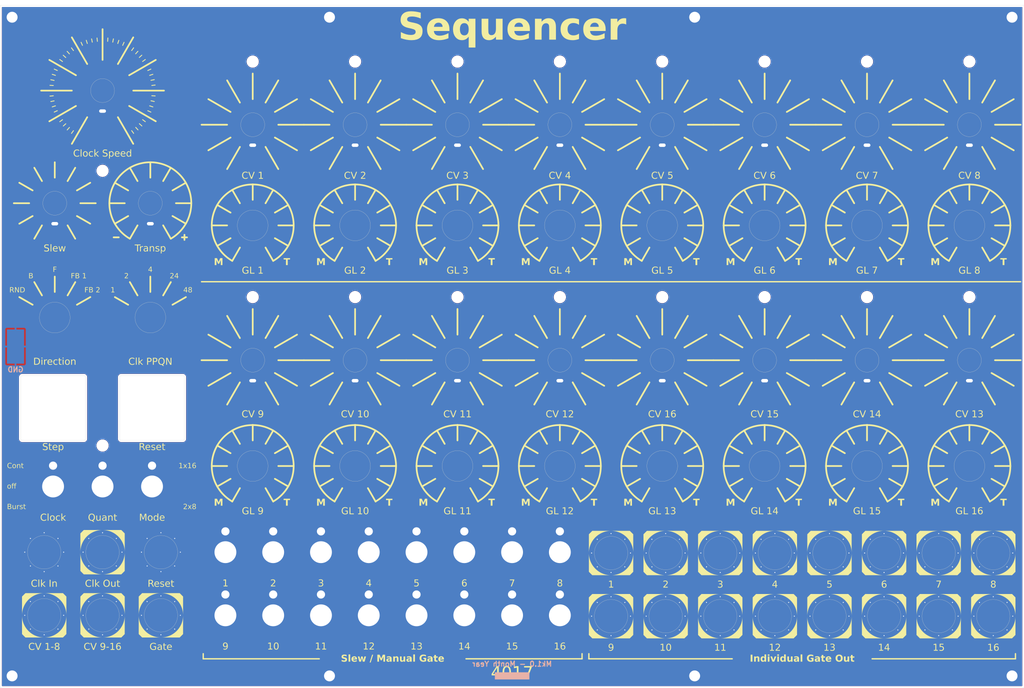
<source format=kicad_pcb>
(kicad_pcb (version 20241229) (generator "pcbnew") (generator_version "9.0")
  (title_block (title "Kosmo Format Front Panel - 30 cm") (company "DMH Instruments"))
  (layers (0 "F.Cu" signal) (2 "B.Cu" signal) (13 "F.Paste" user) (15 "B.Paste" user) (5 "F.SilkS" user "F.Silkscreen") (7 "B.SilkS" user "B.Silkscreen") (1 "F.Mask" user) (3 "B.Mask" user) (25 "Edge.Cuts" user))
  (property "Function" "")
  (net 0 "")
  (net 1 "GND")
  (footprint "SynthStuff:Toggle_Switch_TE_Cutout" (layer "F.Cu") (at 144 190.25)
    (property "Reference" "H27")
    (property "Value" "3" (at 0 9.2 0) (layer "F.SilkS") (effects (font (size 2 2))))
    (pad "1" thru_hole circle (at 0 -6.1) (size 2.9 2.9) (drill 2.4) (layers "*.Cu" "*.Mask") (net 1 "GND"))
    (pad "1" thru_hole circle (at 0 0) (size 13 13) (drill 6.4) (layers "*.Cu" "*.Mask") (net 1 "GND"))
  )
  (footprint "SynthStuff:Jack_6.35mm_Cutout_Output_v6" (layer "F.Cu") (at 341 209)
    (property "Reference" "H115")
    (property "Value" "16" (at 0 9.3 0) (layer "F.SilkS") (effects (font (size 2 2))))
    (fp_circle (center 0 0) (end 0 -4.9) (stroke (width 0.05)) (fill no) (layer "Edge.Cuts"))
    (pad "1" thru_hole circle (at -5.7 0) (size 0.5 0.5) (drill 0.3) (layers "*.Cu" "*.Mask") (net 1 "GND"))
    (pad "1" thru_hole circle (at -4.04 -4.03) (size 0.5 0.5) (drill 0.3) (layers "*.Cu" "*.Mask") (net 1 "GND"))
    (pad "1" thru_hole circle (at -4.03 4.04) (size 0.5 0.5) (drill 0.3) (layers "*.Cu" "*.Mask") (net 1 "GND"))
    (pad "1" thru_hole circle (at 0 -5.7) (size 0.5 0.5) (drill 0.3) (layers "*.Cu" "*.Mask") (net 1 "GND"))
    (pad "1" connect circle (at 0 0) (size 12 12) (layers "F.Cu" "F.Mask") (net 1 "GND"))
    (pad "1" connect circle (at 0 0) (size 12 12) (layers "B.Cu" "B.Mask") (net 1 "GND"))
    (pad "1" thru_hole circle (at 0 5.7) (size 0.5 0.5) (drill 0.3) (layers "*.Cu" "*.Mask") (net 1 "GND"))
    (pad "1" thru_hole circle (at 4.03 4.04) (size 0.5 0.5) (drill 0.3) (layers "*.Cu" "*.Mask") (net 1 "GND"))
    (pad "1" thru_hole circle (at 4.04 -4.03) (size 0.5 0.5) (drill 0.3) (layers "*.Cu" "*.Mask") (net 1 "GND"))
    (pad "1" thru_hole circle (at 5.7 0) (size 0.5 0.5) (drill 0.3) (layers "*.Cu" "*.Mask") (net 1 "GND"))
  )
  (footprint "SynthStuff:Pot_Cutout_Small" (layer "F.Cu") (at 334 65)
    (property "Reference" "H16")
    (property "Value" "CV 8" (at 0 15 0) (layer "F.SilkS") (effects (font (size 2 2))))
    (fp_circle (center 0 0) (end 0 3.5) (stroke (width 0.05)) (fill no) (layer "Edge.Cuts"))
    (pad "1" connect circle (at 0 0) (size 12 12) (layers "F.Cu" "F.Mask") (net 1 "GND"))
    (pad "1" connect circle (at 0 0) (size 12 12) (layers "B.Cu" "B.Mask") (net 1 "GND"))
    (pad "1" thru_hole oval (at 0 6) (size 2.5 1.5) (drill oval 2 1) (layers "*.Cu" "*.Mask") (net 1 "GND"))
  )
  (footprint "SynthStuff:MountingHole_LED_3mm_R" (layer "F.Cu") (at 304 115.5)
    (property "Reference" "H39" (hide yes))
    (property "Value" "LED Step 15")
    (pad "" np_thru_hole circle (at 0 0) (size 3.1 3.1) (drill 3.1) (layers "*.Cu" "*.Mask"))
  )
  (footprint "SynthStuff:Pot_Cutout_Small" (layer "F.Cu") (at 124 134)
    (property "Reference" "H41")
    (property "Value" "CV 9" (at 0 15.9 0) (layer "F.SilkS") (effects (font (size 2 2))))
    (fp_circle (center 0 0) (end 0 3.5) (stroke (width 0.05)) (fill no) (layer "Edge.Cuts"))
    (pad "1" connect circle (at 0 0) (size 12 12) (layers "F.Cu" "F.Mask") (net 1 "GND"))
    (pad "1" connect circle (at 0 0) (size 12 12) (layers "B.Cu" "B.Mask") (net 1 "GND"))
    (pad "1" thru_hole oval (at 0 6) (size 2.5 1.5) (drill oval 2 1) (layers "*.Cu" "*.Mask") (net 1 "GND"))
  )
  (footprint "SynthStuff:Toggle_Switch_TE_Cutout" (layer "F.Cu") (at 186 208.75)
    (property "Reference" "H62")
    (property "Value" "14" (at 0 9.2 0) (layer "F.SilkS") (effects (font (size 2 2))))
    (pad "1" thru_hole circle (at 0 -6.1) (size 2.9 2.9) (drill 2.4) (layers "*.Cu" "*.Mask") (net 1 "GND"))
    (pad "1" thru_hole circle (at 0 0) (size 13 13) (drill 6.4) (layers "*.Cu" "*.Mask") (net 1 "GND"))
  )
  (footprint "SynthStuff:Pot_Cutout_Tiny_gate_P110KH1" (layer "F.Cu") (at 184 94.5)
    (property "Reference" "H19")
    (property "Value" "GL 3" (at 0 13.3 0) (layer "F.SilkS") (effects (font (size 2 2))))
    (fp_circle (center 0 0) (end 4.5 0) (stroke (width 0.05)) (fill no) (layer "Edge.Cuts"))
    (fp_text user "M" (at -10 10.8 0) (layer "F.SilkS") (effects (font (size 2 2) (thickness 0.4) (bold yes))))
    (fp_text user "T" (at 10 10.8 0) (layer "F.SilkS") (effects (font (size 2 2) (thickness 0.4) (bold yes))))
    (pad "1" connect circle (at 0 0) (size 12 12) (layers "F.Cu" "F.Mask") (net 1 "GND"))
    (pad "1" connect circle (at 0 0) (size 12 12) (layers "B.Cu" "B.Mask") (net 1 "GND"))
  )
  (footprint "SynthStuff:Jack_6.35mm_Cutout_Output_v6" (layer "F.Cu") (at 277 190.5)
    (property "Reference" "H103")
    (property "Value" "4" (at 0 9.3 0) (layer "F.SilkS") (effects (font (size 2 2))))
    (fp_circle (center 0 0) (end 0 -4.9) (stroke (width 0.05)) (fill no) (layer "Edge.Cuts"))
    (pad "1" thru_hole circle (at -5.7 0) (size 0.5 0.5) (drill 0.3) (layers "*.Cu" "*.Mask") (net 1 "GND"))
    (pad "1" thru_hole circle (at -4.04 -4.03) (size 0.5 0.5) (drill 0.3) (layers "*.Cu" "*.Mask") (net 1 "GND"))
    (pad "1" thru_hole circle (at -4.03 4.04) (size 0.5 0.5) (drill 0.3) (layers "*.Cu" "*.Mask") (net 1 "GND"))
    (pad "1" thru_hole circle (at 0 -5.7) (size 0.5 0.5) (drill 0.3) (layers "*.Cu" "*.Mask") (net 1 "GND"))
    (pad "1" connect circle (at 0 0) (size 12 12) (layers "F.Cu" "F.Mask") (net 1 "GND"))
    (pad "1" connect circle (at 0 0) (size 12 12) (layers "B.Cu" "B.Mask") (net 1 "GND"))
    (pad "1" thru_hole circle (at 0 5.7) (size 0.5 0.5) (drill 0.3) (layers "*.Cu" "*.Mask") (net 1 "GND"))
    (pad "1" thru_hole circle (at 4.03 4.04) (size 0.5 0.5) (drill 0.3) (layers "*.Cu" "*.Mask") (net 1 "GND"))
    (pad "1" thru_hole circle (at 4.04 -4.03) (size 0.5 0.5) (drill 0.3) (layers "*.Cu" "*.Mask") (net 1 "GND"))
    (pad "1" thru_hole circle (at 5.7 0) (size 0.5 0.5) (drill 0.3) (layers "*.Cu" "*.Mask") (net 1 "GND"))
  )
  (footprint "SynthStuff:MountingHole_LED_3mm_R" (layer "F.Cu") (at 154 46.5)
    (property "Reference" "H2" (hide yes))
    (property "Value" "LED Step 2")
    (pad "" np_thru_hole circle (at 0 0) (size 3.1 3.1) (drill 3.1) (layers "*.Cu" "*.Mask"))
  )
  (footprint "SynthStuff:Pot_Cutout_Small" (layer "F.Cu") (at 154 65)
    (property "Reference" "H10")
    (property "Value" "CV 2" (at 0 15 0) (layer "F.SilkS") (effects (font (size 2 2))))
    (fp_circle (center 0 0) (end 0 3.5) (stroke (width 0.05)) (fill no) (layer "Edge.Cuts"))
    (pad "1" connect circle (at 0 0) (size 12 12) (layers "F.Cu" "F.Mask") (net 1 "GND"))
    (pad "1" connect circle (at 0 0) (size 12 12) (layers "B.Cu" "B.Mask") (net 1 "GND"))
    (pad "1" thru_hole oval (at 0 6) (size 2.5 1.5) (drill oval 2 1) (layers "*.Cu" "*.Mask") (net 1 "GND"))
  )
  (footprint "SynthStuff:Toggle_Switch_TE_Cutout" (layer "F.Cu") (at 65.5 171)
    (property "Reference" "H81")
    (property "Value" "Clock" (at 0 9.2 0) (layer "F.SilkS") (effects (font (size 2 2))))
    (pad "1" thru_hole circle (at 0 -6.1) (size 2.9 2.9) (drill 2.4) (layers "*.Cu" "*.Mask") (net 1 "GND"))
    (pad "1" thru_hole circle (at 0 0) (size 13 13) (drill 6.4) (layers "*.Cu" "*.Mask") (net 1 "GND"))
  )
  (footprint "SynthStuff:MountingHole_Rails" (layer "F.Cu") (at 53.5 226.5)
    (property "Reference" "H1005")
    (property "Value" "MountingHole_Rails" (hide yes))
    (pad "1" thru_hole circle (at 0 0) (size 4 4) (drill 3.2) (layers "*.Cu" "*.Mask") (net 1 "GND"))
  )
  (footprint "SynthStuff:Pot_Cutout_Small" (layer "F.Cu") (at 184 65)
    (property "Reference" "H11")
    (property "Value" "CV 3" (at 0 15 0) (layer "F.SilkS") (effects (font (size 2 2))))
    (fp_circle (center 0 0) (end 0 3.5) (stroke (width 0.05)) (fill no) (layer "Edge.Cuts"))
    (pad "1" connect circle (at 0 0) (size 12 12) (layers "F.Cu" "F.Mask") (net 1 "GND"))
    (pad "1" connect circle (at 0 0) (size 12 12) (layers "B.Cu" "B.Mask") (net 1 "GND"))
    (pad "1" thru_hole oval (at 0 6) (size 2.5 1.5) (drill oval 2 1) (layers "*.Cu" "*.Mask") (net 1 "GND"))
  )
  (footprint "SynthStuff:Toggle_Switch_TE_Cutout" (layer "F.Cu") (at 214 190.25)
    (property "Reference" "H32")
    (property "Value" "8" (at 0 9.2 0) (layer "F.SilkS") (effects (font (size 2 2))))
    (pad "1" thru_hole circle (at 0 -6.1) (size 2.9 2.9) (drill 2.4) (layers "*.Cu" "*.Mask") (net 1 "GND"))
    (pad "1" thru_hole circle (at 0 0) (size 13 13) (drill 6.4) (layers "*.Cu" "*.Mask") (net 1 "GND"))
  )
  (footprint "SynthStuff:Jack_6.35mm_Cutout_Output_v6" (layer "F.Cu") (at 245 209)
    (property "Reference" "H109")
    (property "Value" "10" (at 0 9.3 0) (layer "F.SilkS") (effects (font (size 2 2))))
    (fp_circle (center 0 0) (end 0 -4.9) (stroke (width 0.05)) (fill no) (layer "Edge.Cuts"))
    (pad "1" thru_hole circle (at -5.7 0) (size 0.5 0.5) (drill 0.3) (layers "*.Cu" "*.Mask") (net 1 "GND"))
    (pad "1" thru_hole circle (at -4.04 -4.03) (size 0.5 0.5) (drill 0.3) (layers "*.Cu" "*.Mask") (net 1 "GND"))
    (pad "1" thru_hole circle (at -4.03 4.04) (size 0.5 0.5) (drill 0.3) (layers "*.Cu" "*.Mask") (net 1 "GND"))
    (pad "1" thru_hole circle (at 0 -5.7) (size 0.5 0.5) (drill 0.3) (layers "*.Cu" "*.Mask") (net 1 "GND"))
    (pad "1" connect circle (at 0 0) (size 12 12) (layers "F.Cu" "F.Mask") (net 1 "GND"))
    (pad "1" connect circle (at 0 0) (size 12 12) (layers "B.Cu" "B.Mask") (net 1 "GND"))
    (pad "1" thru_hole circle (at 0 5.7) (size 0.5 0.5) (drill 0.3) (layers "*.Cu" "*.Mask") (net 1 "GND"))
    (pad "1" thru_hole circle (at 4.03 4.04) (size 0.5 0.5) (drill 0.3) (layers "*.Cu" "*.Mask") (net 1 "GND"))
    (pad "1" thru_hole circle (at 4.04 -4.03) (size 0.5 0.5) (drill 0.3) (layers "*.Cu" "*.Mask") (net 1 "GND"))
    (pad "1" thru_hole circle (at 5.7 0) (size 0.5 0.5) (drill 0.3) (layers "*.Cu" "*.Mask") (net 1 "GND"))
  )
  (footprint "SynthStuff:MX_switch_Cutout" (layer "F.Cu") (at 65.5 148)
    (property "Reference" "H83" (hide yes))
    (property "Value" "Step" (at 0 11.5 0) (layer "F.SilkS") (effects (font (size 2 2))))
    (fp_line (start -9.5 -9) (end -9.5 9) (stroke (width 0.05)) (layer "Edge.Cuts"))
    (fp_line (start -9 -9.5) (end 9 -9.5) (stroke (width 0.05)) (layer "Edge.Cuts"))
    (fp_line (start -9 9.5) (end 9 9.5) (stroke (width 0.05)) (layer "Edge.Cuts"))
    (fp_line (start 9.5 -9) (end 9.5 9) (stroke (width 0.05)) (layer "Edge.Cuts"))
    (fp_arc (start -9.5 -9) (mid -9.353553 -9.353553) (end -9 -9.5) (stroke (width 0.05)) (layer "Edge.Cuts"))
    (fp_arc (start -9 9.5) (mid -9.353553 9.353553) (end -9.5 9) (stroke (width 0.05)) (layer "Edge.Cuts"))
    (fp_arc (start 9 -9.5) (mid 9.353553 -9.353553) (end 9.5 -9) (stroke (width 0.05)) (layer "Edge.Cuts"))
    (fp_arc (start 9.5 9) (mid 9.353553 9.353553) (end 9 9.5) (stroke (width 0.05)) (layer "Edge.Cuts"))
  )
  (footprint "SynthStuff:Jack_6.35mm_Cutout_Output_v6" (layer "F.Cu") (at 309 209)
    (property "Reference" "H113")
    (property "Value" "14" (at 0 9.3 0) (layer "F.SilkS") (effects (font (size 2 2))))
    (fp_circle (center 0 0) (end 0 -4.9) (stroke (width 0.05)) (fill no) (layer "Edge.Cuts"))
    (pad "1" thru_hole circle (at -5.7 0) (size 0.5 0.5) (drill 0.3) (layers "*.Cu" "*.Mask") (net 1 "GND"))
    (pad "1" thru_hole circle (at -4.04 -4.03) (size 0.5 0.5) (drill 0.3) (layers "*.Cu" "*.Mask") (net 1 "GND"))
    (pad "1" thru_hole circle (at -4.03 4.04) (size 0.5 0.5) (drill 0.3) (layers "*.Cu" "*.Mask") (net 1 "GND"))
    (pad "1" thru_hole circle (at 0 -5.7) (size 0.5 0.5) (drill 0.3) (layers "*.Cu" "*.Mask") (net 1 "GND"))
    (pad "1" connect circle (at 0 0) (size 12 12) (layers "F.Cu" "F.Mask") (net 1 "GND"))
    (pad "1" connect circle (at 0 0) (size 12 12) (layers "B.Cu" "B.Mask") (net 1 "GND"))
    (pad "1" thru_hole circle (at 0 5.7) (size 0.5 0.5) (drill 0.3) (layers "*.Cu" "*.Mask") (net 1 "GND"))
    (pad "1" thru_hole circle (at 4.03 4.04) (size 0.5 0.5) (drill 0.3) (layers "*.Cu" "*.Mask") (net 1 "GND"))
    (pad "1" thru_hole circle (at 4.04 -4.03) (size 0.5 0.5) (drill 0.3) (layers "*.Cu" "*.Mask") (net 1 "GND"))
    (pad "1" thru_hole circle (at 5.7 0) (size 0.5 0.5) (drill 0.3) (layers "*.Cu" "*.Mask") (net 1 "GND"))
  )
  (footprint "SynthStuff:MountingHole_LED_3mm_R" (layer "F.Cu") (at 274 46.5)
    (property "Reference" "H6" (hide yes))
    (property "Value" "LED Step 6")
    (pad "" np_thru_hole circle (at 0 0) (size 3.1 3.1) (drill 3.1) (layers "*.Cu" "*.Mask"))
  )
  (footprint "SynthStuff:MountingHole_Rails" (layer "F.Cu") (at 253.5 33.5)
    (property "Reference" "H1003")
    (property "Value" "MountingHole_Rails" (hide yes))
    (pad "1" thru_hole circle (at 0 0) (size 4 4) (drill 3.2) (layers "*.Cu" "*.Mask") (net 1 "GND"))
  )
  (footprint "SynthStuff:Toggle_Switch_TE_Cutout" (layer "F.Cu") (at 172 190.25)
    (property "Reference" "H29")
    (property "Value" "5" (at 0 9.2 0) (layer "F.SilkS") (effects (font (size 2 2))))
    (pad "1" thru_hole circle (at 0 -6.1) (size 2.9 2.9) (drill 2.4) (layers "*.Cu" "*.Mask") (net 1 "GND"))
    (pad "1" thru_hole circle (at 0 0) (size 13 13) (drill 6.4) (layers "*.Cu" "*.Mask") (net 1 "GND"))
  )
  (footprint "SynthStuff:Toggle_Switch_TE_Cutout" (layer "F.Cu") (at 158 208.75)
    (property "Reference" "H60")
    (property "Value" "12" (at 0 9.2 0) (layer "F.SilkS") (effects (font (size 2 2))))
    (pad "1" thru_hole circle (at 0 -6.1) (size 2.9 2.9) (drill 2.4) (layers "*.Cu" "*.Mask") (net 1 "GND"))
    (pad "1" thru_hole circle (at 0 0) (size 13 13) (drill 6.4) (layers "*.Cu" "*.Mask") (net 1 "GND"))
  )
  (footprint "SynthStuff:Jack_6.35mm_Cutout_Output_v6" (layer "F.Cu") (at 325 209)
    (property "Reference" "H114")
    (property "Value" "15" (at 0 9.3 0) (layer "F.SilkS") (effects (font (size 2 2))))
    (fp_circle (center 0 0) (end 0 -4.9) (stroke (width 0.05)) (fill no) (layer "Edge.Cuts"))
    (pad "1" thru_hole circle (at -5.7 0) (size 0.5 0.5) (drill 0.3) (layers "*.Cu" "*.Mask") (net 1 "GND"))
    (pad "1" thru_hole circle (at -4.04 -4.03) (size 0.5 0.5) (drill 0.3) (layers "*.Cu" "*.Mask") (net 1 "GND"))
    (pad "1" thru_hole circle (at -4.03 4.04) (size 0.5 0.5) (drill 0.3) (layers "*.Cu" "*.Mask") (net 1 "GND"))
    (pad "1" thru_hole circle (at 0 -5.7) (size 0.5 0.5) (drill 0.3) (layers "*.Cu" "*.Mask") (net 1 "GND"))
    (pad "1" connect circle (at 0 0) (size 12 12) (layers "F.Cu" "F.Mask") (net 1 "GND"))
    (pad "1" connect circle (at 0 0) (size 12 12) (layers "B.Cu" "B.Mask") (net 1 "GND"))
    (pad "1" thru_hole circle (at 0 5.7) (size 0.5 0.5) (drill 0.3) (layers "*.Cu" "*.Mask") (net 1 "GND"))
    (pad "1" thru_hole circle (at 4.03 4.04) (size 0.5 0.5) (drill 0.3) (layers "*.Cu" "*.Mask") (net 1 "GND"))
    (pad "1" thru_hole circle (at 4.04 -4.03) (size 0.5 0.5) (drill 0.3) (layers "*.Cu" "*.Mask") (net 1 "GND"))
    (pad "1" thru_hole circle (at 5.7 0) (size 0.5 0.5) (drill 0.3) (layers "*.Cu" "*.Mask") (net 1 "GND"))
  )
  (footprint "SynthStuff:Jack_6.35mm_Cutout_Output_v6" (layer "F.Cu") (at 245 190.5)
    (property "Reference" "H101")
    (property "Value" "2" (at 0 9.3 0) (layer "F.SilkS") (effects (font (size 2 2))))
    (fp_circle (center 0 0) (end 0 -4.9) (stroke (width 0.05)) (fill no) (layer "Edge.Cuts"))
    (pad "1" thru_hole circle (at -5.7 0) (size 0.5 0.5) (drill 0.3) (layers "*.Cu" "*.Mask") (net 1 "GND"))
    (pad "1" thru_hole circle (at -4.04 -4.03) (size 0.5 0.5) (drill 0.3) (layers "*.Cu" "*.Mask") (net 1 "GND"))
    (pad "1" thru_hole circle (at -4.03 4.04) (size 0.5 0.5) (drill 0.3) (layers "*.Cu" "*.Mask") (net 1 "GND"))
    (pad "1" thru_hole circle (at 0 -5.7) (size 0.5 0.5) (drill 0.3) (layers "*.Cu" "*.Mask") (net 1 "GND"))
    (pad "1" connect circle (at 0 0) (size 12 12) (layers "F.Cu" "F.Mask") (net 1 "GND"))
    (pad "1" connect circle (at 0 0) (size 12 12) (layers "B.Cu" "B.Mask") (net 1 "GND"))
    (pad "1" thru_hole circle (at 0 5.7) (size 0.5 0.5) (drill 0.3) (layers "*.Cu" "*.Mask") (net 1 "GND"))
    (pad "1" thru_hole circle (at 4.03 4.04) (size 0.5 0.5) (drill 0.3) (layers "*.Cu" "*.Mask") (net 1 "GND"))
    (pad "1" thru_hole circle (at 4.04 -4.03) (size 0.5 0.5) (drill 0.3) (layers "*.Cu" "*.Mask") (net 1 "GND"))
    (pad "1" thru_hole circle (at 5.7 0) (size 0.5 0.5) (drill 0.3) (layers "*.Cu" "*.Mask") (net 1 "GND"))
  )
  (footprint "SynthStuff:Toggle_Switch_TE_Cutout" (layer "F.Cu") (at 214 208.75)
    (property "Reference" "H64")
    (property "Value" "16" (at 0 9.2 0) (layer "F.SilkS") (effects (font (size 2 2))))
    (pad "1" thru_hole circle (at 0 -6.1) (size 2.9 2.9) (drill 2.4) (layers "*.Cu" "*.Mask") (net 1 "GND"))
    (pad "1" thru_hole circle (at 0 0) (size 13 13) (drill 6.4) (layers "*.Cu" "*.Mask") (net 1 "GND"))
  )
  (footprint "SynthStuff:Jack_6.35mm_Cutout_Output_v6" (layer "F.Cu") (at 80 190.25)
    (property "Reference" "H97")
    (property "Value" "Clk Out" (at 0 9.3 0) (layer "F.SilkS") (effects (font (size 2 2))))
    (fp_circle (center 0 0) (end 0 -4.9) (stroke (width 0.05)) (fill no) (layer "Edge.Cuts"))
    (pad "1" thru_hole circle (at -5.7 0) (size 0.5 0.5) (drill 0.3) (layers "*.Cu" "*.Mask") (net 1 "GND"))
    (pad "1" thru_hole circle (at -4.04 -4.03) (size 0.5 0.5) (drill 0.3) (layers "*.Cu" "*.Mask") (net 1 "GND"))
    (pad "1" thru_hole circle (at -4.03 4.04) (size 0.5 0.5) (drill 0.3) (layers "*.Cu" "*.Mask") (net 1 "GND"))
    (pad "1" thru_hole circle (at 0 -5.7) (size 0.5 0.5) (drill 0.3) (layers "*.Cu" "*.Mask") (net 1 "GND"))
    (pad "1" connect circle (at 0 0) (size 12 12) (layers "F.Cu" "F.Mask") (net 1 "GND"))
    (pad "1" connect circle (at 0 0) (size 12 12) (layers "B.Cu" "B.Mask") (net 1 "GND"))
    (pad "1" thru_hole circle (at 0 5.7) (size 0.5 0.5) (drill 0.3) (layers "*.Cu" "*.Mask") (net 1 "GND"))
    (pad "1" thru_hole circle (at 4.03 4.04) (size 0.5 0.5) (drill 0.3) (layers "*.Cu" "*.Mask") (net 1 "GND"))
    (pad "1" thru_hole circle (at 4.04 -4.03) (size 0.5 0.5) (drill 0.3) (layers "*.Cu" "*.Mask") (net 1 "GND"))
    (pad "1" thru_hole circle (at 5.7 0) (size 0.5 0.5) (drill 0.3) (layers "*.Cu" "*.Mask") (net 1 "GND"))
  )
  (footprint "SynthStuff:Jack_6.35mm_Cutout_Output_v6" (layer "F.Cu") (at 97.1 208.75)
    (property "Reference" "H88")
    (property "Value" "Gate" (at 0 9.3 0) (layer "F.SilkS") (effects (font (size 2 2))))
    (fp_circle (center 0 0) (end 0 -4.9) (stroke (width 0.05)) (fill no) (layer "Edge.Cuts"))
    (pad "1" thru_hole circle (at -5.7 0) (size 0.5 0.5) (drill 0.3) (layers "*.Cu" "*.Mask") (net 1 "GND"))
    (pad "1" thru_hole circle (at -4.04 -4.03) (size 0.5 0.5) (drill 0.3) (layers "*.Cu" "*.Mask") (net 1 "GND"))
    (pad "1" thru_hole circle (at -4.03 4.04) (size 0.5 0.5) (drill 0.3) (layers "*.Cu" "*.Mask") (net 1 "GND"))
    (pad "1" thru_hole circle (at 0 -5.7) (size 0.5 0.5) (drill 0.3) (layers "*.Cu" "*.Mask") (net 1 "GND"))
    (pad "1" connect circle (at 0 0) (size 12 12) (layers "F.Cu" "F.Mask") (net 1 "GND"))
    (pad "1" connect circle (at 0 0) (size 12 12) (layers "B.Cu" "B.Mask") (net 1 "GND"))
    (pad "1" thru_hole circle (at 0 5.7) (size 0.5 0.5) (drill 0.3) (layers "*.Cu" "*.Mask") (net 1 "GND"))
    (pad "1" thru_hole circle (at 4.03 4.04) (size 0.5 0.5) (drill 0.3) (layers "*.Cu" "*.Mask") (net 1 "GND"))
    (pad "1" thru_hole circle (at 4.04 -4.03) (size 0.5 0.5) (drill 0.3) (layers "*.Cu" "*.Mask") (net 1 "GND"))
    (pad "1" thru_hole circle (at 5.7 0) (size 0.5 0.5) (drill 0.3) (layers "*.Cu" "*.Mask") (net 1 "GND"))
  )
  (footprint "SynthStuff:MountingHole_LED_3mm_R" (layer "F.Cu") (at 124 115.5)
    (property "Reference" "H33" (hide yes))
    (property "Value" "LED Step 9")
    (pad "" np_thru_hole circle (at 0 0) (size 3.1 3.1) (drill 3.1) (layers "*.Cu" "*.Mask"))
  )
  (footprint "SynthStuff:Selector_Cutout_SRBV151102" (layer "F.Cu") (at 94 121.5)
    (property "Reference" "H99")
    (property "Value" "Clk PPQN" (at 0 13 0) (layer "F.SilkS") (effects (font (size 2 2))))
    (property "Pos2" "2" (at -7.003509 -12.122328 0) (layer "F.SilkS") (effects (font (size 1.5 1.5) (thickness 0.1))))
    (property "Pos4" "24" (at 7.00729 -12.120144 0) (layer "F.SilkS") (effects (font (size 1.5 1.5) (thickness 0.1))))
    (property "Pos5" "48" (at 11 -8 0) (layer "F.SilkS") (effects (font (size 1.5 1.5) (thickness 0.1))))
    (property "Pos3" "4" (at 0 -14 0) (layer "F.SilkS") (effects (font (size 1.5 1.5) (thickness 0.1))))
    (property "Pos1" "1" (at -11 -8 0) (layer "F.SilkS") (effects (font (size 1.5 1.5) (thickness 0.1))))
    (fp_circle (center 0 0) (end 4.5 0) (stroke (width 0.05)) (fill no) (layer "Edge.Cuts"))
    (pad "1" connect circle (at 0 0) (size 12 12) (layers "F.Cu" "F.Mask") (net 1 "GND"))
    (pad "1" connect circle (at 0 0) (size 12 12) (layers "B.Cu" "B.Mask") (net 1 "GND"))
  )
  (footprint "SynthStuff:MountingHole_LED_3mm_R" (layer "F.Cu") (at 213.999999 46.5)
    (property "Reference" "H4" (hide yes))
    (property "Value" "LED Step 4")
    (pad "" np_thru_hole circle (at 0 0) (size 3.1 3.1) (drill 3.1) (layers "*.Cu" "*.Mask"))
  )
  (footprint "SynthStuff:Pot_Cutout_Tiny_gate_P110KH1" (layer "F.Cu") (at 244 165)
    (property "Reference" "H53")
    (property "Value" "GL 13" (at 0 13.3 0) (layer "F.SilkS") (effects (font (size 2 2))))
    (fp_circle (center 0 0) (end 4.5 0) (stroke (width 0.05)) (fill no) (layer "Edge.Cuts"))
    (fp_text user "T" (at 10 10.8 0) (layer "F.SilkS") (effects (font (size 2 2) (thickness 0.4) (bold yes))))
    (fp_text user "M" (at -10 10.8 0) (layer "F.SilkS") (effects (font (size 2 2) (thickness 0.4) (bold yes))))
    (pad "1" connect circle (at 0 0) (size 12 12) (layers "F.Cu" "F.Mask") (net 1 "GND"))
    (pad "1" connect circle (at 0 0) (size 12 12) (layers "B.Cu" "B.Mask") (net 1 "GND"))
  )
  (footprint "SynthStuff:MountingHole_LED_3mm_B" (layer "F.Cu") (at 80 159)
    (property "Reference" "H85" (hide yes))
    (property "Value" "LED Quant")
    (pad "" np_thru_hole circle (at 0 0) (size 3.1 3.1) (drill 3.1) (layers "*.Cu" "*.Mask"))
  )
  (footprint "SynthStuff:MountingHole_LED_3mm_R" (layer "F.Cu") (at 244 115.5)
    (property "Reference" "H37" (hide yes))
    (property "Value" "LED Step 13")
    (pad "" np_thru_hole circle (at 0 0) (size 3.1 3.1) (drill 3.1) (layers "*.Cu" "*.Mask"))
  )
  (footprint "SynthStuff:Toggle_Switch_TE_Cutout" (layer "F.Cu") (at 130 190.25)
    (property "Reference" "H26")
    (property "Value" "2" (at 0 9.2 0) (layer "F.SilkS") (effects (font (size 2 2))))
    (pad "1" thru_hole circle (at 0 -6.1) (size 2.9 2.9) (drill 2.4) (layers "*.Cu" "*.Mask") (net 1 "GND"))
    (pad "1" thru_hole circle (at 0 0) (size 13 13) (drill 6.4) (layers "*.Cu" "*.Mask") (net 1 "GND"))
  )
  (footprint "SynthStuff:Pot_Cutout_Tiny_gate_P110KH1" (layer "F.Cu") (at 184 165)
    (property "Reference" "H51")
    (property "Value" "GL 11" (at 0 13.3 0) (layer "F.SilkS") (effects (font (size 2 2))))
    (fp_circle (center 0 0) (end 4.5 0) (stroke (width 0.05)) (fill no) (layer "Edge.Cuts"))
    (fp_text user "M" (at -10 10.8 0) (layer "F.SilkS") (effects (font (size 2 2) (thickness 0.4) (bold yes))))
    (fp_text user "T" (at 10 10.8 0) (layer "F.SilkS") (effects (font (size 2 2) (thickness 0.4) (bold yes))))
    (pad "1" connect circle (at 0 0) (size 12 12) (layers "F.Cu" "F.Mask") (net 1 "GND"))
    (pad "1" connect circle (at 0 0) (size 12 12) (layers "B.Cu" "B.Mask") (net 1 "GND"))
  )
  (footprint "SynthStuff:MountingHole_LED_3mm_R" (layer "F.Cu") (at 80 78.5)
    (property "Reference" "H98" (hide yes))
    (property "Value" "LED Clock")
    (pad "" np_thru_hole circle (at 0 0) (size 3.1 3.1) (drill 3.1) (layers "*.Cu" "*.Mask"))
  )
  (footprint "SynthStuff:Pot_Cutout_Tiny_gate_P110KH1" (layer "F.Cu") (at 274 94.5)
    (property "Reference" "H22")
    (property "Value" "GL 6" (at 0 13.3 0) (layer "F.SilkS") (effects (font (size 2 2))))
    (fp_circle (center 0 0) (end 4.5 0) (stroke (width 0.05)) (fill no) (layer "Edge.Cuts"))
    (fp_text user "T" (at 10 10.8 0) (layer "F.SilkS") (effects (font (size 2 2) (thickness 0.4) (bold yes))))
    (fp_text user "M" (at -10 10.8 0) (layer "F.SilkS") (effects (font (size 2 2) (thickness 0.4) (bold yes))))
    (pad "1" connect circle (at 0 0) (size 12 12) (layers "F.Cu" "F.Mask") (net 1 "GND"))
    (pad "1" connect circle (at 0 0) (size 12 12) (layers "B.Cu" "B.Mask") (net 1 "GND"))
  )
  (footprint "SynthStuff:Toggle_Switch_TE_Cutout" (layer "F.Cu") (at 186 190.25)
    (property "Reference" "H30")
    (property "Value" "6" (at 0 9.2 0) (layer "F.SilkS") (effects (font (size 2 2))))
    (pad "1" thru_hole circle (at 0 -6.1) (size 2.9 2.9) (drill 2.4) (layers "*.Cu" "*.Mask") (net 1 "GND"))
    (pad "1" thru_hole circle (at 0 0) (size 13 13) (drill 6.4) (layers "*.Cu" "*.Mask") (net 1 "GND"))
  )
  (footprint "SynthStuff:Pot_Cutout_Small" (layer "F.Cu") (at 244 134)
    (property "Reference" "H48")
    (property "Value" "CV 16" (at 0 15.9 0) (layer "F.SilkS") (effects (font (size 2 2))))
    (fp_circle (center 0 0) (end 0 3.5) (stroke (width 0.05)) (fill no) (layer "Edge.Cuts"))
    (pad "1" connect circle (at 0 0) (size 12 12) (layers "F.Cu" "F.Mask") (net 1 "GND"))
    (pad "1" connect circle (at 0 0) (size 12 12) (layers "B.Cu" "B.Mask") (net 1 "GND"))
    (pad "1" thru_hole oval (at 0 6) (size 2.5 1.5) (drill oval 2 1) (layers "*.Cu" "*.Mask") (net 1 "GND"))
  )
  (footprint "SynthStuff:Pot_Cutout_Small" (layer "F.Cu") (at 334 134)
    (property "Reference" "H45")
    (property "Value" "CV 13" (at 0 15.9 0) (layer "F.SilkS") (effects (font (size 2 2))))
    (fp_circle (center 0 0) (end 0 3.5) (stroke (width 0.05)) (fill no) (layer "Edge.Cuts"))
    (pad "1" connect circle (at 0 0) (size 12 12) (layers "F.Cu" "F.Mask") (net 1 "GND"))
    (pad "1" connect circle (at 0 0) (size 12 12) (layers "B.Cu" "B.Mask") (net 1 "GND"))
    (pad "1" thru_hole oval (at 0 6) (size 2.5 1.5) (drill oval 2 1) (layers "*.Cu" "*.Mask") (net 1 "GND"))
  )
  (footprint "SynthStuff:MountingHole_LED_3mm_R" (layer "F.Cu") (at 274 115.5)
    (property "Reference" "H38" (hide yes))
    (property "Value" "LED Step 14")
    (pad "" np_thru_hole circle (at 0 0) (size 3.1 3.1) (drill 3.1) (layers "*.Cu" "*.Mask"))
  )
  (footprint "SynthStuff:Jack_6.35mm_Cutout_Output_v6" (layer "F.Cu") (at 62.9 208.75)
    (property "Reference" "H86")
    (property "Value" "CV 1-8" (at 0 9.3 0) (layer "F.SilkS") (effects (font (size 2 2))))
    (fp_circle (center 0 0) (end 0 -4.9) (stroke (width 0.05)) (fill no) (layer "Edge.Cuts"))
    (pad "1" thru_hole circle (at -5.7 0) (size 0.5 0.5) (drill 0.3) (layers "*.Cu" "*.Mask") (net 1 "GND"))
    (pad "1" thru_hole circle (at -4.04 -4.03) (size 0.5 0.5) (drill 0.3) (layers "*.Cu" "*.Mask") (net 1 "GND"))
    (pad "1" thru_hole circle (at -4.03 4.04) (size 0.5 0.5) (drill 0.3) (layers "*.Cu" "*.Mask") (net 1 "GND"))
    (pad "1" thru_hole circle (at 0 -5.7) (size 0.5 0.5) (drill 0.3) (layers "*.Cu" "*.Mask") (net 1 "GND"))
    (pad "1" connect circle (at 0 0) (size 12 12) (layers "F.Cu" "F.Mask") (net 1 "GND"))
    (pad "1" connect circle (at 0 0) (size 12 12) (layers "B.Cu" "B.Mask") (net 1 "GND"))
    (pad "1" thru_hole circle (at 0 5.7) (size 0.5 0.5) (drill 0.3) (layers "*.Cu" "*.Mask") (net 1 "GND"))
    (pad "1" thru_hole circle (at 4.03 4.04) (size 0.5 0.5) (drill 0.3) (layers "*.Cu" "*.Mask") (net 1 "GND"))
    (pad "1" thru_hole circle (at 4.04 -4.03) (size 0.5 0.5) (drill 0.3) (layers "*.Cu" "*.Mask") (net 1 "GND"))
    (pad "1" thru_hole circle (at 5.7 0) (size 0.5 0.5) (drill 0.3) (layers "*.Cu" "*.Mask") (net 1 "GND"))
  )
  (footprint "SynthStuff:MountingHole_Rails" (layer "F.Cu") (at 346.5 226.5)
    (property "Reference" "H1008")
    (property "Value" "MountingHole_Rails" (hide yes))
    (pad "1" thru_hole circle (at 0 0) (size 4 4) (drill 3.2) (layers "*.Cu" "*.Mask") (net 1 "GND"))
  )
  (footprint "SynthStuff:Pot_Cutout_Small" (layer "F.Cu") (at 214 65)
    (property "Reference" "H12")
    (property "Value" "CV 4" (at 0 15 0) (layer "F.SilkS") (effects (font (size 2 2))))
    (fp_circle (center 0 0) (end 0 3.5) (stroke (width 0.05)) (fill no) (layer "Edge.Cuts"))
    (pad "1" connect circle (at 0 0) (size 12 12) (layers "F.Cu" "F.Mask") (net 1 "GND"))
    (pad "1" connect circle (at 0 0) (size 12 12) (layers "B.Cu" "B.Mask") (net 1 "GND"))
    (pad "1" thru_hole oval (at 0 6) (size 2.5 1.5) (drill oval 2 1) (layers "*.Cu" "*.Mask") (net 1 "GND"))
  )
  (footprint "SynthStuff:Jack_6.35mm_Cutout_v3" (layer "F.Cu") (at 62.9 190.25)
    (property "Reference" "H90")
    (property "Value" "Clk In" (at 0 9.3 0) (layer "F.SilkS") (effects (font (size 2 2))))
    (fp_circle (center 0 0) (end 0 -4.9) (stroke (width 0.05)) (fill no) (layer "Edge.Cuts"))
    (pad "1" thru_hole circle (at -5.7 0) (size 0.5 0.5) (drill 0.3) (layers "*.Cu" "*.Mask") (net 1 "GND"))
    (pad "1" thru_hole circle (at -4.04 -4.03) (size 0.5 0.5) (drill 0.3) (layers "*.Cu" "*.Mask") (net 1 "GND"))
    (pad "1" thru_hole circle (at -4.03 4.04) (size 0.5 0.5) (drill 0.3) (layers "*.Cu" "*.Mask") (net 1 "GND"))
    (pad "1" thru_hole circle (at 0 -5.7) (size 0.5 0.5) (drill 0.3) (layers "*.Cu" "*.Mask") (net 1 "GND"))
    (pad "1" connect circle (at 0 0) (size 12 12) (layers "F.Cu" "F.Mask") (net 1 "GND"))
    (pad "1" connect circle (at 0 0) (size 12 12) (layers "B.Cu" "B.Mask") (net 1 "GND"))
    (pad "1" thru_hole circle (at 0 5.7) (size 0.5 0.5) (drill 0.3) (layers "*.Cu" "*.Mask") (net 1 "GND"))
    (pad "1" thru_hole circle (at 4.03 4.04) (size 0.5 0.5) (drill 0.3) (layers "*.Cu" "*.Mask") (net 1 "GND"))
    (pad "1" thru_hole circle (at 4.04 -4.03) (size 0.5 0.5) (drill 0.3) (layers "*.Cu" "*.Mask") (net 1 "GND"))
    (pad "1" thru_hole circle (at 5.7 0) (size 0.5 0.5) (drill 0.3) (layers "*.Cu" "*.Mask") (net 1 "GND"))
  )
  (footprint "SynthStuff:Pot_Cutout_Small" (layer "F.Cu") (at 214 134)
    (property "Reference" "H44")
    (property "Value" "CV 12" (at 0 15.9 0) (layer "F.SilkS") (effects (font (size 2 2))))
    (fp_circle (center 0 0) (end 0 3.5) (stroke (width 0.05)) (fill no) (layer "Edge.Cuts"))
    (pad "1" connect circle (at 0 0) (size 12 12) (layers "F.Cu" "F.Mask") (net 1 "GND"))
    (pad "1" connect circle (at 0 0) (size 12 12) (layers "B.Cu" "B.Mask") (net 1 "GND"))
    (pad "1" thru_hole oval (at 0 6) (size 2.5 1.5) (drill oval 2 1) (layers "*.Cu" "*.Mask") (net 1 "GND"))
  )
  (footprint "SynthStuff:Toggle_Switch_TE_Cutout" (layer "F.Cu") (at 130 208.75)
    (property "Reference" "H58")
    (property "Value" "10" (at 0 9.2 0) (layer "F.SilkS") (effects (font (size 2 2))))
    (pad "1" thru_hole circle (at 0 -6.1) (size 2.9 2.9) (drill 2.4) (layers "*.Cu" "*.Mask") (net 1 "GND"))
    (pad "1" thru_hole circle (at 0 0) (size 13 13) (drill 6.4) (layers "*.Cu" "*.Mask") (net 1 "GND"))
  )
  (footprint "SynthStuff:Pot_Cutout_Tiny_gate_P110KH1" (layer "F.Cu") (at 244 94.5)
    (property "Reference" "H21")
    (property "Value" "GL 5" (at 0 13.3 0) (layer "F.SilkS") (effects (font (size 2 2))))
    (fp_circle (center 0 0) (end 4.5 0) (stroke (width 0.05)) (fill no) (layer "Edge.Cuts"))
    (fp_text user "M" (at -10 10.8 0) (layer "F.SilkS") (effects (font (size 2 2) (thickness 0.4) (bold yes))))
    (fp_text user "T" (at 10 10.8 0) (layer "F.SilkS") (effects (font (size 2 2) (thickness 0.4) (bold yes))))
    (pad "1" connect circle (at 0 0) (size 12 12) (layers "F.Cu" "F.Mask") (net 1 "GND"))
    (pad "1" connect circle (at 0 0) (size 12 12) (layers "B.Cu" "B.Mask") (net 1 "GND"))
  )
  (footprint "SynthStuff:Pot_Cutout_Small" (layer "F.Cu") (at 304 65)
    (property "Reference" "H15")
    (property "Value" "CV 7" (at 0 15 0) (layer "F.SilkS") (effects (font (size 2 2))))
    (fp_circle (center 0 0) (end 0 3.5) (stroke (width 0.05)) (fill no) (layer "Edge.Cuts"))
    (pad "1" connect circle (at 0 0) (size 12 12) (layers "F.Cu" "F.Mask") (net 1 "GND"))
    (pad "1" connect circle (at 0 0) (size 12 12) (layers "B.Cu" "B.Mask") (net 1 "GND"))
    (pad "1" thru_hole oval (at 0 6) (size 2.5 1.5) (drill oval 2 1) (layers "*.Cu" "*.Mask") (net 1 "GND"))
  )
  (footprint "SynthStuff:Jack_6.35mm_Cutout_Output_v6" (layer "F.Cu") (at 293 190.5)
    (property "Reference" "H104")
    (property "Value" "5" (at 0 9.3 0) (layer "F.SilkS") (effects (font (size 2 2))))
    (fp_circle (center 0 0) (end 0 -4.9) (stroke (width 0.05)) (fill no) (layer "Edge.Cuts"))
    (pad "1" thru_hole circle (at -5.7 0) (size 0.5 0.5) (drill 0.3) (layers "*.Cu" "*.Mask") (net 1 "GND"))
    (pad "1" thru_hole circle (at -4.04 -4.03) (size 0.5 0.5) (drill 0.3) (layers "*.Cu" "*.Mask") (net 1 "GND"))
    (pad "1" thru_hole circle (at -4.03 4.04) (size 0.5 0.5) (drill 0.3) (layers "*.Cu" "*.Mask") (net 1 "GND"))
    (pad "1" thru_hole circle (at 0 -5.7) (size 0.5 0.5) (drill 0.3) (layers "*.Cu" "*.Mask") (net 1 "GND"))
    (pad "1" connect circle (at 0 0) (size 12 12) (layers "F.Cu" "F.Mask") (net 1 "GND"))
    (pad "1" connect circle (at 0 0) (size 12 12) (layers "B.Cu" "B.Mask") (net 1 "GND"))
    (pad "1" thru_hole circle (at 0 5.7) (size 0.5 0.5) (drill 0.3) (layers "*.Cu" "*.Mask") (net 1 "GND"))
    (pad "1" thru_hole circle (at 4.03 4.04) (size 0.5 0.5) (drill 0.3) (layers "*.Cu" "*.Mask") (net 1 "GND"))
    (pad "1" thru_hole circle (at 4.04 -4.03) (size 0.5 0.5) (drill 0.3) (layers "*.Cu" "*.Mask") (net 1 "GND"))
    (pad "1" thru_hole circle (at 5.7 0) (size 0.5 0.5) (drill 0.3) (layers "*.Cu" "*.Mask") (net 1 "GND"))
  )
  (footprint "SynthStuff:Pot_Cutout_Small" (layer "F.Cu") (at 244 65)
    (property "Reference" "H13")
    (property "Value" "CV 5" (at 0 15 0) (layer "F.SilkS") (effects (font (size 2 2))))
    (fp_circle (center 0 0) (end 0 3.5) (stroke (width 0.05)) (fill no) (layer "Edge.Cuts"))
    (pad "1" connect circle (at 0 0) (size 12 12) (layers "F.Cu" "F.Mask") (net 1 "GND"))
    (pad "1" connect circle (at 0 0) (size 12 12) (layers "B.Cu" "B.Mask") (net 1 "GND"))
    (pad "1" thru_hole oval (at 0 6) (size 2.5 1.5) (drill oval 2 1) (layers "*.Cu" "*.Mask") (net 1 "GND"))
  )
  (footprint "SynthStuff:Pot_Cutout_Tiny_gate_P110KH1" (layer "F.Cu") (at 154 165)
    (property "Reference" "H50")
    (property "Value" "GL 10" (at 0 13.3 0) (layer "F.SilkS") (effects (font (size 2 2))))
    (fp_circle (center 0 0) (end 4.5 0) (stroke (width 0.05)) (fill no) (layer "Edge.Cuts"))
    (fp_text user "M" (at -10 10.8 0) (layer "F.SilkS") (effects (font (size 2 2) (thickness 0.4) (bold yes))))
    (fp_text user "T" (at 10 10.8 0) (layer "F.SilkS") (effects (font (size 2 2) (thickness 0.4) (bold yes))))
    (pad "1" connect circle (at 0 0) (size 12 12) (layers "F.Cu" "F.Mask") (net 1 "GND"))
    (pad "1" connect circle (at 0 0) (size 12 12) (layers "B.Cu" "B.Mask") (net 1 "GND"))
  )
  (footprint "SynthStuff:MountingHole_LED_3mm_R" (layer "F.Cu") (at 124 46.5)
    (property "Reference" "H1" (hide yes))
    (property "Value" "LED Step 1")
    (pad "" np_thru_hole circle (at 0 0) (size 3.1 3.1) (drill 3.1) (layers "*.Cu" "*.Mask"))
  )
  (footprint "SynthStuff:Jack_6.35mm_Cutout_Output_v6" (layer "F.Cu") (at 261 209)
    (property "Reference" "H110")
    (property "Value" "11" (at 0 9.3 0) (layer "F.SilkS") (effects (font (size 2 2))))
    (fp_circle (center 0 0) (end 0 -4.9) (stroke (width 0.05)) (fill no) (layer "Edge.Cuts"))
    (pad "1" thru_hole circle (at -5.7 0) (size 0.5 0.5) (drill 0.3) (layers "*.Cu" "*.Mask") (net 1 "GND"))
    (pad "1" thru_hole circle (at -4.04 -4.03) (size 0.5 0.5) (drill 0.3) (layers "*.Cu" "*.Mask") (net 1 "GND"))
    (pad "1" thru_hole circle (at -4.03 4.04) (size 0.5 0.5) (drill 0.3) (layers "*.Cu" "*.Mask") (net 1 "GND"))
    (pad "1" thru_hole circle (at 0 -5.7) (size 0.5 0.5) (drill 0.3) (layers "*.Cu" "*.Mask") (net 1 "GND"))
    (pad "1" connect circle (at 0 0) (size 12 12) (layers "F.Cu" "F.Mask") (net 1 "GND"))
    (pad "1" connect circle (at 0 0) (size 12 12) (layers "B.Cu" "B.Mask") (net 1 "GND"))
    (pad "1" thru_hole circle (at 0 5.7) (size 0.5 0.5) (drill 0.3) (layers "*.Cu" "*.Mask") (net 1 "GND"))
    (pad "1" thru_hole circle (at 4.03 4.04) (size 0.5 0.5) (drill 0.3) (layers "*.Cu" "*.Mask") (net 1 "GND"))
    (pad "1" thru_hole circle (at 4.04 -4.03) (size 0.5 0.5) (drill 0.3) (layers "*.Cu" "*.Mask") (net 1 "GND"))
    (pad "1" thru_hole circle (at 5.7 0) (size 0.5 0.5) (drill 0.3) (layers "*.Cu" "*.Mask") (net 1 "GND"))
  )
  (footprint "SynthStuff:Jack_6.35mm_Cutout_v3" (layer "F.Cu") (at 97.1 190.25)
    (property "Reference" "H91")
    (property "Value" "Reset" (at 0 9.3 0) (layer "F.SilkS") (effects (font (size 2 2))))
    (fp_circle (center 0 0) (end 0 -4.9) (stroke (width 0.05)) (fill no) (layer "Edge.Cuts"))
    (pad "1" thru_hole circle (at -5.7 0) (size 0.5 0.5) (drill 0.3) (layers "*.Cu" "*.Mask") (net 1 "GND"))
    (pad "1" thru_hole circle (at -4.04 -4.03) (size 0.5 0.5) (drill 0.3) (layers "*.Cu" "*.Mask") (net 1 "GND"))
    (pad "1" thru_hole circle (at -4.03 4.04) (size 0.5 0.5) (drill 0.3) (layers "*.Cu" "*.Mask") (net 1 "GND"))
    (pad "1" thru_hole circle (at 0 -5.7) (size 0.5 0.5) (drill 0.3) (layers "*.Cu" "*.Mask") (net 1 "GND"))
    (pad "1" connect circle (at 0 0) (size 12 12) (layers "F.Cu" "F.Mask") (net 1 "GND"))
    (pad "1" connect circle (at 0 0) (size 12 12) (layers "B.Cu" "B.Mask") (net 1 "GND"))
    (pad "1" thru_hole circle (at 0 5.7) (size 0.5 0.5) (drill 0.3) (layers "*.Cu" "*.Mask") (net 1 "GND"))
    (pad "1" thru_hole circle (at 4.03 4.04) (size 0.5 0.5) (drill 0.3) (layers "*.Cu" "*.Mask") (net 1 "GND"))
    (pad "1" thru_hole circle (at 4.04 -4.03) (size 0.5 0.5) (drill 0.3) (layers "*.Cu" "*.Mask") (net 1 "GND"))
    (pad "1" thru_hole circle (at 5.7 0) (size 0.5 0.5) (drill 0.3) (layers "*.Cu" "*.Mask") (net 1 "GND"))
  )
  (footprint "SynthStuff:Jack_6.35mm_Cutout_Output_v6" (layer "F.Cu") (at 261 190.5)
    (property "Reference" "H102")
    (property "Value" "3" (at 0 9.3 0) (layer "F.SilkS") (effects (font (size 2 2))))
    (fp_circle (center 0 0) (end 0 -4.9) (stroke (width 0.05)) (fill no) (layer "Edge.Cuts"))
    (pad "1" thru_hole circle (at -5.7 0) (size 0.5 0.5) (drill 0.3) (layers "*.Cu" "*.Mask") (net 1 "GND"))
    (pad "1" thru_hole circle (at -4.04 -4.03) (size 0.5 0.5) (drill 0.3) (layers "*.Cu" "*.Mask") (net 1 "GND"))
    (pad "1" thru_hole circle (at -4.03 4.04) (size 0.5 0.5) (drill 0.3) (layers "*.Cu" "*.Mask") (net 1 "GND"))
    (pad "1" thru_hole circle (at 0 -5.7) (size 0.5 0.5) (drill 0.3) (layers "*.Cu" "*.Mask") (net 1 "GND"))
    (pad "1" connect circle (at 0 0) (size 12 12) (layers "F.Cu" "F.Mask") (net 1 "GND"))
    (pad "1" connect circle (at 0 0) (size 12 12) (layers "B.Cu" "B.Mask") (net 1 "GND"))
    (pad "1" thru_hole circle (at 0 5.7) (size 0.5 0.5) (drill 0.3) (layers "*.Cu" "*.Mask") (net 1 "GND"))
    (pad "1" thru_hole circle (at 4.03 4.04) (size 0.5 0.5) (drill 0.3) (layers "*.Cu" "*.Mask") (net 1 "GND"))
    (pad "1" thru_hole circle (at 4.04 -4.03) (size 0.5 0.5) (drill 0.3) (layers "*.Cu" "*.Mask") (net 1 "GND"))
    (pad "1" thru_hole circle (at 5.7 0) (size 0.5 0.5) (drill 0.3) (layers "*.Cu" "*.Mask") (net 1 "GND"))
  )
  (footprint "SynthStuff:Toggle_Switch_TE_Cutout" (layer "F.Cu") (at 200 190.25)
    (property "Reference" "H31")
    (property "Value" "7" (at 0 9.2 0) (layer "F.SilkS") (effects (font (size 2 2))))
    (pad "1" thru_hole circle (at 0 -6.1) (size 2.9 2.9) (drill 2.4) (layers "*.Cu" "*.Mask") (net 1 "GND"))
    (pad "1" thru_hole circle (at 0 0) (size 13 13) (drill 6.4) (layers "*.Cu" "*.Mask") (net 1 "GND"))
  )
  (footprint "SynthStuff:Pot_Cutout_Small" (layer "F.Cu") (at 124 65)
    (property "Reference" "H9")
    (property "Value" "CV 1" (at 0 15 0) (layer "F.SilkS") (effects (font (size 2 2))))
    (fp_circle (center 0 0) (end 0 3.5) (stroke (width 0.05)) (fill no) (layer "Edge.Cuts"))
    (pad "1" connect circle (at 0 0) (size 12 12) (layers "F.Cu" "F.Mask") (net 1 "GND"))
    (pad "1" connect circle (at 0 0) (size 12 12) (layers "B.Cu" "B.Mask") (net 1 "GND"))
    (pad "1" thru_hole oval (at 0 6) (size 2.5 1.5) (drill oval 2 1) (layers "*.Cu" "*.Mask") (net 1 "GND"))
  )
  (footprint "SynthStuff:Jack_6.35mm_Cutout_Output_v6" (layer "F.Cu") (at 293 209)
    (property "Reference" "H112")
    (property "Value" "13" (at 0 9.3 0) (layer "F.SilkS") (effects (font (size 2 2))))
    (fp_circle (center 0 0) (end 0 -4.9) (stroke (width 0.05)) (fill no) (layer "Edge.Cuts"))
    (pad "1" thru_hole circle (at -5.7 0) (size 0.5 0.5) (drill 0.3) (layers "*.Cu" "*.Mask") (net 1 "GND"))
    (pad "1" thru_hole circle (at -4.04 -4.03) (size 0.5 0.5) (drill 0.3) (layers "*.Cu" "*.Mask") (net 1 "GND"))
    (pad "1" thru_hole circle (at -4.03 4.04) (size 0.5 0.5) (drill 0.3) (layers "*.Cu" "*.Mask") (net 1 "GND"))
    (pad "1" thru_hole circle (at 0 -5.7) (size 0.5 0.5) (drill 0.3) (layers "*.Cu" "*.Mask") (net 1 "GND"))
    (pad "1" connect circle (at 0 0) (size 12 12) (layers "F.Cu" "F.Mask") (net 1 "GND"))
    (pad "1" connect circle (at 0 0) (size 12 12) (layers "B.Cu" "B.Mask") (net 1 "GND"))
    (pad "1" thru_hole circle (at 0 5.7) (size 0.5 0.5) (drill 0.3) (layers "*.Cu" "*.Mask") (net 1 "GND"))
    (pad "1" thru_hole circle (at 4.03 4.04) (size 0.5 0.5) (drill 0.3) (layers "*.Cu" "*.Mask") (net 1 "GND"))
    (pad "1" thru_hole circle (at 4.04 -4.03) (size 0.5 0.5) (drill 0.3) (layers "*.Cu" "*.Mask") (net 1 "GND"))
    (pad "1" thru_hole circle (at 5.7 0) (size 0.5 0.5) (drill 0.3) (layers "*.Cu" "*.Mask") (net 1 "GND"))
  )
  (footprint "SynthStuff:MountingHole_LED_3mm_R" (layer "F.Cu") (at 214 115.5)
    (property "Reference" "H36" (hide yes))
    (property "Value" "LED Step 12")
    (pad "" np_thru_hole circle (at 0 0) (size 3.1 3.1) (drill 3.1) (layers "*.Cu" "*.Mask"))
  )
  (footprint "SynthStuff:MountingHole_LED_3mm_R" (layer "F.Cu") (at 334 115.5)
    (property "Reference" "H40" (hide yes))
    (property "Value" "LED Step 16")
    (pad "" np_thru_hole circle (at 0 0) (size 3.1 3.1) (drill 3.1) (layers "*.Cu" "*.Mask"))
  )
  (footprint "SynthStuff:Pot_Cutout_Tiny_gate_P110KH1" (layer "F.Cu") (at 124 165)
    (property "Reference" "H49")
    (property "Value" "GL 9" (at 0 13.3 0) (layer "F.SilkS") (effects (font (size 2 2))))
    (fp_circle (center 0 0) (end 4.5 0) (stroke (width 0.05)) (fill no) (layer "Edge.Cuts"))
    (fp_text user "T" (at 10 10.8 0) (layer "F.SilkS") (effects (font (size 2 2) (thickness 0.4) (bold yes))))
    (fp_text user "M" (at -10 10.8 0) (layer "F.SilkS") (effects (font (size 2 2) (thickness 0.4) (bold yes))))
    (pad "1" connect circle (at 0 0) (size 12 12) (layers "F.Cu" "F.Mask") (net 1 "GND"))
    (pad "1" connect circle (at 0 0) (size 12 12) (layers "B.Cu" "B.Mask") (net 1 "GND"))
  )
  (footprint "SynthStuff:Jack_6.35mm_Cutout_Output_v6" (layer "F.Cu") (at 80 208.75)
    (property "Reference" "H87")
    (property "Value" "CV 9-16" (at 0 9.3 0) (layer "F.SilkS") (effects (font (size 2 2))))
    (fp_circle (center 0 0) (end 0 -4.9) (stroke (width 0.05)) (fill no) (layer "Edge.Cuts"))
    (pad "1" thru_hole circle (at -5.7 0) (size 0.5 0.5) (drill 0.3) (layers "*.Cu" "*.Mask") (net 1 "GND"))
    (pad "1" thru_hole circle (at -4.04 -4.03) (size 0.5 0.5) (drill 0.3) (layers "*.Cu" "*.Mask") (net 1 "GND"))
    (pad "1" thru_hole circle (at -4.03 4.04) (size 0.5 0.5) (drill 0.3) (layers "*.Cu" "*.Mask") (net 1 "GND"))
    (pad "1" thru_hole circle (at 0 -5.7) (size 0.5 0.5) (drill 0.3) (layers "*.Cu" "*.Mask") (net 1 "GND"))
    (pad "1" connect circle (at 0 0) (size 12 12) (layers "F.Cu" "F.Mask") (net 1 "GND"))
    (pad "1" connect circle (at 0 0) (size 12 12) (layers "B.Cu" "B.Mask") (net 1 "GND"))
    (pad "1" thru_hole circle (at 0 5.7) (size 0.5 0.5) (drill 0.3) (layers "*.Cu" "*.Mask") (net 1 "GND"))
    (pad "1" thru_hole circle (at 4.03 4.04) (size 0.5 0.5) (drill 0.3) (layers "*.Cu" "*.Mask") (net 1 "GND"))
    (pad "1" thru_hole circle (at 4.04 -4.03) (size 0.5 0.5) (drill 0.3) (layers "*.Cu" "*.Mask") (net 1 "GND"))
    (pad "1" thru_hole circle (at 5.7 0) (size 0.5 0.5) (drill 0.3) (layers "*.Cu" "*.Mask") (net 1 "GND"))
  )
  (footprint "SynthStuff:MountingHole_LED_3mm_R" (layer "F.Cu") (at 334 46.5)
    (property "Reference" "H8" (hide yes))
    (property "Value" "LED Step 8")
    (pad "" np_thru_hole circle (at 0 0) (size 3.1 3.1) (drill 3.1) (layers "*.Cu" "*.Mask"))
  )
  (footprint "SynthStuff:Pot_Cutout_Tiny" (layer "F.Cu") (at 66 88)
    (property "Reference" "H77")
    (property "Value" "Slew" (at 0 13.3 0) (layer "F.SilkS") (effects (font (size 2 2))))
    (fp_circle (center 0 0) (end 0 3.5) (stroke (width 0.05)) (fill no) (layer "Edge.Cuts"))
    (pad "1" connect circle (at 0 0) (size 12 12) (layers "F.Cu" "F.Mask") (net 1 "GND"))
    (pad "1" connect circle (at 0 0) (size 12 12) (layers "B.Cu" "B.Mask") (net 1 "GND"))
    (pad "1" thru_hole oval (at 0 6) (size 2.5 1.5) (drill oval 2 1) (layers "*.Cu" "*.Mask") (net 1 "GND"))
  )
  (footprint "SynthStuff:MountingHole_LED_3mm_R" (layer "F.Cu") (at 304 46.5)
    (property "Reference" "H7" (hide yes))
    (property "Value" "LED Step 7")
    (pad "" np_thru_hole circle (at 0 0) (size 3.1 3.1) (drill 3.1) (layers "*.Cu" "*.Mask"))
  )
  (footprint "SynthStuff:Jack_6.35mm_Cutout_Output_v6" (layer "F.Cu") (at 277 209)
    (property "Reference" "H111")
    (property "Value" "12" (at 0 9.3 0) (layer "F.SilkS") (effects (font (size 2 2))))
    (fp_circle (center 0 0) (end 0 -4.9) (stroke (width 0.05)) (fill no) (layer "Edge.Cuts"))
    (pad "1" thru_hole circle (at -5.7 0) (size 0.5 0.5) (drill 0.3) (layers "*.Cu" "*.Mask") (net 1 "GND"))
    (pad "1" thru_hole circle (at -4.04 -4.03) (size 0.5 0.5) (drill 0.3) (layers "*.Cu" "*.Mask") (net 1 "GND"))
    (pad "1" thru_hole circle (at -4.03 4.04) (size 0.5 0.5) (drill 0.3) (layers "*.Cu" "*.Mask") (net 1 "GND"))
    (pad "1" thru_hole circle (at 0 -5.7) (size 0.5 0.5) (drill 0.3) (layers "*.Cu" "*.Mask") (net 1 "GND"))
    (pad "1" connect circle (at 0 0) (size 12 12) (layers "F.Cu" "F.Mask") (net 1 "GND"))
    (pad "1" connect circle (at 0 0) (size 12 12) (layers "B.Cu" "B.Mask") (net 1 "GND"))
    (pad "1" thru_hole circle (at 0 5.7) (size 0.5 0.5) (drill 0.3) (layers "*.Cu" "*.Mask") (net 1 "GND"))
    (pad "1" thru_hole circle (at 4.03 4.04) (size 0.5 0.5) (drill 0.3) (layers "*.Cu" "*.Mask") (net 1 "GND"))
    (pad "1" thru_hole circle (at 4.04 -4.03) (size 0.5 0.5) (drill 0.3) (layers "*.Cu" "*.Mask") (net 1 "GND"))
    (pad "1" thru_hole circle (at 5.7 0) (size 0.5 0.5) (drill 0.3) (layers "*.Cu" "*.Mask") (net 1 "GND"))
  )
  (footprint "SynthStuff:Toggle_Switch_TE_Cutout" (layer "F.Cu") (at 94.5 171)
    (property "Reference" "H80")
    (property "Value" "Mode" (at 0 9.2 0) (layer "F.SilkS") (effects (font (size 2 2))))
    (pad "1" thru_hole circle (at 0 -6.1) (size 2.9 2.9) (drill 2.4) (layers "*.Cu" "*.Mask") (net 1 "GND"))
    (pad "1" thru_hole circle (at 0 0) (size 13 13) (drill 6.4) (layers "*.Cu" "*.Mask") (net 1 "GND"))
  )
  (footprint "SynthStuff:Pot_Cutout_Tiny_gate_P110KH1" (layer "F.Cu") (at 334 94.5)
    (property "Reference" "H24")
    (property "Value" "GL 8" (at 0 13.3 0) (layer "F.SilkS") (effects (font (size 2 2))))
    (fp_circle (center 0 0) (end 4.5 0) (stroke (width 0.05)) (fill no) (layer "Edge.Cuts"))
    (fp_text user "M" (at -10 10.8 0) (layer "F.SilkS") (effects (font (size 2 2) (thickness 0.4) (bold yes))))
    (fp_text user "T" (at 10 10.8 0) (layer "F.SilkS") (effects (font (size 2 2) (thickness 0.4) (bold yes))))
    (pad "1" connect circle (at 0 0) (size 12 12) (layers "F.Cu" "F.Mask") (net 1 "GND"))
    (pad "1" connect circle (at 0 0) (size 12 12) (layers "B.Cu" "B.Mask") (net 1 "GND"))
  )
  (footprint "SynthStuff:Pot_Cutout_Tiny_gate_P110KH1" (layer "F.Cu") (at 334 165)
    (property "Reference" "H56")
    (property "Value" "GL 16" (at 0 13.3 0) (layer "F.SilkS") (effects (font (size 2 2))))
    (fp_circle (center 0 0) (end 4.5 0) (stroke (width 0.05)) (fill no) (layer "Edge.Cuts"))
    (fp_text user "M" (at -10 10.8 0) (layer "F.SilkS") (effects (font (size 2 2) (thickness 0.4) (bold yes))))
    (fp_text user "T" (at 10 10.8 0) (layer "F.SilkS") (effects (font (size 2 2) (thickness 0.4) (bold yes))))
    (pad "1" connect circle (at 0 0) (size 12 12) (layers "F.Cu" "F.Mask") (net 1 "GND"))
    (pad "1" connect circle (at 0 0) (size 12 12) (layers "B.Cu" "B.Mask") (net 1 "GND"))
  )
  (footprint "SynthStuff:Toggle_Switch_TE_Cutout" (layer "F.Cu") (at 116 208.75)
    (property "Reference" "H57")
    (property "Value" "9" (at 0 9.2 0) (layer "F.SilkS") (effects (font (size 2 2))))
    (pad "1" thru_hole circle (at 0 -6.1) (size 2.9 2.9) (drill 2.4) (layers "*.Cu" "*.Mask") (net 1 "GND"))
    (pad "1" thru_hole circle (at 0 0) (size 13 13) (drill 6.4) (layers "*.Cu" "*.Mask") (net 1 "GND"))
  )
  (footprint "SynthStuff:Toggle_Switch_TE_Cutout" (layer "F.Cu") (at 116 190.25)
    (property "Reference" "H25")
    (property "Value" "1" (at 0 9.2 0) (layer "F.SilkS") (effects (font (size 2 2))))
    (pad "1" thru_hole circle (at 0 -6.1) (size 2.9 2.9) (drill 2.4) (layers "*.Cu" "*.Mask") (net 1 "GND"))
    (pad "1" thru_hole circle (at 0 0) (size 13 13) (drill 6.4) (layers "*.Cu" "*.Mask") (net 1 "GND"))
  )
  (footprint "SynthStuff:Pot_Cutout_Tiny_gate_P110KH1" (layer "F.Cu") (at 214 165)
    (property "Reference" "H52")
    (property "Value" "GL 12" (at 0 13.3 0) (layer "F.SilkS") (effects (font (size 2 2))))
    (fp_circle (center 0 0) (end 4.5 0) (stroke (width 0.05)) (fill no) (layer "Edge.Cuts"))
    (fp_text user "T" (at 10 10.8 0) (layer "F.SilkS") (effects (font (size 2 2) (thickness 0.4) (bold yes))))
    (fp_text user "M" (at -10 10.8 0) (layer "F.SilkS") (effects (font (size 2 2) (thickness 0.4) (bold yes))))
    (pad "1" connect circle (at 0 0) (size 12 12) (layers "F.Cu" "F.Mask") (net 1 "GND"))
    (pad "1" connect circle (at 0 0) (size 12 12) (layers "B.Cu" "B.Mask") (net 1 "GND"))
  )
  (footprint "SynthStuff:MountingHole_Rails" (layer "F.Cu") (at 146.5 33.5)
    (property "Reference" "H1002")
    (property "Value" "MountingHole_Rails" (hide yes))
    (pad "1" thru_hole circle (at 0 0) (size 4 4) (drill 3.2) (layers "*.Cu" "*.Mask") (net 1 "GND"))
  )
  (footprint "SynthStuff:MountingHole_LED_3mm_R" (layer "F.Cu") (at 184 115.5)
    (property "Reference" "H35" (hide yes))
    (property "Value" "LED Step 11")
    (pad "" np_thru_hole circle (at 0 0) (size 3.1 3.1) (drill 3.1) (layers "*.Cu" "*.Mask"))
  )
  (footprint "SynthStuff:Pot_Cutout_Small" (layer "F.Cu") (at 184 134)
    (property "Reference" "H43")
    (property "Value" "CV 11" (at 0 15.9 0) (layer "F.SilkS") (effects (font (size 2 2))))
    (fp_circle (center 0 0) (end 0 3.5) (stroke (width 0.05)) (fill no) (layer "Edge.Cuts"))
    (pad "1" connect circle (at 0 0) (size 12 12) (layers "F.Cu" "F.Mask") (net 1 "GND"))
    (pad "1" connect circle (at 0 0) (size 12 12) (layers "B.Cu" "B.Mask") (net 1 "GND"))
    (pad "1" thru_hole oval (at 0 6) (size 2.5 1.5) (drill oval 2 1) (layers "*.Cu" "*.Mask") (net 1 "GND"))
  )
  (footprint "SynthStuff:Selector_Cutout_SRBV151102" (layer "F.Cu") (at 66 121.5)
    (property "Reference" "H79")
    (property "Value" "Direction" (at 0 13 0) (layer "F.SilkS") (effects (font (size 2 2))))
    (property "Pos2" "B" (at -7.003509 -12.122328 0) (layer "F.SilkS") (effects (font (size 1.5 1.5) (thickness 0.1))))
    (property "Pos4" "FB 1" (at 7.00729 -12.120144 0) (layer "F.SilkS") (effects (font (size 1.5 1.5) (thickness 0.1))))
    (property "Pos5" "FB 2" (at 11 -8 0) (layer "F.SilkS") (effects (font (size 1.5 1.5) (thickness 0.1))))
    (property "Pos3" "F" (at 0 -14 0) (layer "F.SilkS") (effects (font (size 1.5 1.5) (thickness 0.1))))
    (property "Pos1" "RND" (at -11 -8 0) (layer "F.SilkS") (effects (font (size 1.5 1.5) (thickness 0.1))))
    (fp_circle (center 0 0) (end 4.5 0) (stroke (width 0.05)) (fill no) (layer "Edge.Cuts"))
    (pad "1" connect circle (at 0 0) (size 12 12) (layers "F.Cu" "F.Mask") (net 1 "GND"))
    (pad "1" connect circle (at 0 0) (size 12 12) (layers "B.Cu" "B.Mask") (net 1 "GND"))
  )
  (footprint "SynthStuff:MountingHole_Rails" (layer "F.Cu") (at 146.5 226.5)
    (property "Reference" "H1006")
    (property "Value" "MountingHole_Rails" (hide yes))
    (pad "1" thru_hole circle (at 0 0) (size 4 4) (drill 3.2) (layers "*.Cu" "*.Mask") (net 1 "GND"))
  )
  (footprint "SynthStuff:Pot_Cutout_Medium_v2" (layer "F.Cu") (at 80 55)
    (property "Reference" "H73")
    (property "Value" "Clock Speed" (at 0 18.5 0) (layer "F.SilkS") (effects (font (size 2 2))))
    (fp_circle (center 0 0) (end 0 3.5) (stroke (width 0.05)) (fill no) (layer "Edge.Cuts"))
    (pad "1" connect circle (at 0 0) (size 12 12) (layers "F.Cu" "F.Mask") (net 1 "GND"))
    (pad "1" connect circle (at 0 0) (size 12 12) (layers "B.Cu" "B.Mask") (net 1 "GND"))
    (pad "1" thru_hole oval (at 0 6) (size 2.5 1.5) (drill oval 2 1) (layers "*.Cu" "*.Mask") (net 1 "GND"))
  )
  (footprint "SynthStuff:MountingHole_Rails" (layer "F.Cu") (at 253.5 226.5)
    (property "Reference" "H1007")
    (property "Value" "MountingHole_Rails" (hide yes))
    (pad "1" thru_hole circle (at 0 0) (size 4 4) (drill 3.2) (layers "*.Cu" "*.Mask") (net 1 "GND"))
  )
  (footprint "SynthStuff:Jack_6.35mm_Cutout_Output_v6" (layer "F.Cu") (at 309 190.5)
    (property "Reference" "H105")
    (property "Value" "6" (at 0 9.3 0) (layer "F.SilkS") (effects (font (size 2 2))))
    (fp_circle (center 0 0) (end 0 -4.9) (stroke (width 0.05)) (fill no) (layer "Edge.Cuts"))
    (pad "1" thru_hole circle (at -5.7 0) (size 0.5 0.5) (drill 0.3) (layers "*.Cu" "*.Mask") (net 1 "GND"))
    (pad "1" thru_hole circle (at -4.04 -4.03) (size 0.5 0.5) (drill 0.3) (layers "*.Cu" "*.Mask") (net 1 "GND"))
    (pad "1" thru_hole circle (at -4.03 4.04) (size 0.5 0.5) (drill 0.3) (layers "*.Cu" "*.Mask") (net 1 "GND"))
    (pad "1" thru_hole circle (at 0 -5.7) (size 0.5 0.5) (drill 0.3) (layers "*.Cu" "*.Mask") (net 1 "GND"))
    (pad "1" connect circle (at 0 0) (size 12 12) (layers "F.Cu" "F.Mask") (net 1 "GND"))
    (pad "1" connect circle (at 0 0) (size 12 12) (layers "B.Cu" "B.Mask") (net 1 "GND"))
    (pad "1" thru_hole circle (at 0 5.7) (size 0.5 0.5) (drill 0.3) (layers "*.Cu" "*.Mask") (net 1 "GND"))
    (pad "1" thru_hole circle (at 4.03 4.04) (size 0.5 0.5) (drill 0.3) (layers "*.Cu" "*.Mask") (net 1 "GND"))
    (pad "1" thru_hole circle (at 4.04 -4.03) (size 0.5 0.5) (drill 0.3) (layers "*.Cu" "*.Mask") (net 1 "GND"))
    (pad "1" thru_hole circle (at 5.7 0) (size 0.5 0.5) (drill 0.3) (layers "*.Cu" "*.Mask") (net 1 "GND"))
  )
  (footprint "SynthStuff:Jack_6.35mm_Cutout_Output_v6" (layer "F.Cu") (at 229 209)
    (property "Reference" "H108")
    (property "Value" "9" (at 0 9.3 0) (layer "F.SilkS") (effects (font (size 2 2))))
    (fp_circle (center 0 0) (end 0 -4.9) (stroke (width 0.05)) (fill no) (layer "Edge.Cuts"))
    (pad "1" thru_hole circle (at -5.7 0) (size 0.5 0.5) (drill 0.3) (layers "*.Cu" "*.Mask") (net 1 "GND"))
    (pad "1" thru_hole circle (at -4.04 -4.03) (size 0.5 0.5) (drill 0.3) (layers "*.Cu" "*.Mask") (net 1 "GND"))
    (pad "1" thru_hole circle (at -4.03 4.04) (size 0.5 0.5) (drill 0.3) (layers "*.Cu" "*.Mask") (net 1 "GND"))
    (pad "1" thru_hole circle (at 0 -5.7) (size 0.5 0.5) (drill 0.3) (layers "*.Cu" "*.Mask") (net 1 "GND"))
    (pad "1" connect circle (at 0 0) (size 12 12) (layers "F.Cu" "F.Mask") (net 1 "GND"))
    (pad "1" connect circle (at 0 0) (size 12 12) (layers "B.Cu" "B.Mask") (net 1 "GND"))
    (pad "1" thru_hole circle (at 0 5.7) (size 0.5 0.5) (drill 0.3) (layers "*.Cu" "*.Mask") (net 1 "GND"))
    (pad "1" thru_hole circle (at 4.03 4.04) (size 0.5 0.5) (drill 0.3) (layers "*.Cu" "*.Mask") (net 1 "GND"))
    (pad "1" thru_hole circle (at 4.04 -4.03) (size 0.5 0.5) (drill 0.3) (layers "*.Cu" "*.Mask") (net 1 "GND"))
    (pad "1" thru_hole circle (at 5.7 0) (size 0.5 0.5) (drill 0.3) (layers "*.Cu" "*.Mask") (net 1 "GND"))
  )
  (footprint "SynthStuff:Jack_6.35mm_Cutout_Output_v6" (layer "F.Cu") (at 229 190.5)
    (property "Reference" "H100")
    (property "Value" "1" (at 0 9.3 0) (layer "F.SilkS") (effects (font (size 2 2))))
    (fp_circle (center 0 0) (end 0 -4.9) (stroke (width 0.05)) (fill no) (layer "Edge.Cuts"))
    (pad "1" thru_hole circle (at -5.7 0) (size 0.5 0.5) (drill 0.3) (layers "*.Cu" "*.Mask") (net 1 "GND"))
    (pad "1" thru_hole circle (at -4.04 -4.03) (size 0.5 0.5) (drill 0.3) (layers "*.Cu" "*.Mask") (net 1 "GND"))
    (pad "1" thru_hole circle (at -4.03 4.04) (size 0.5 0.5) (drill 0.3) (layers "*.Cu" "*.Mask") (net 1 "GND"))
    (pad "1" thru_hole circle (at 0 -5.7) (size 0.5 0.5) (drill 0.3) (layers "*.Cu" "*.Mask") (net 1 "GND"))
    (pad "1" connect circle (at 0 0) (size 12 12) (layers "F.Cu" "F.Mask") (net 1 "GND"))
    (pad "1" connect circle (at 0 0) (size 12 12) (layers "B.Cu" "B.Mask") (net 1 "GND"))
    (pad "1" thru_hole circle (at 0 5.7) (size 0.5 0.5) (drill 0.3) (layers "*.Cu" "*.Mask") (net 1 "GND"))
    (pad "1" thru_hole circle (at 4.03 4.04) (size 0.5 0.5) (drill 0.3) (layers "*.Cu" "*.Mask") (net 1 "GND"))
    (pad "1" thru_hole circle (at 4.04 -4.03) (size 0.5 0.5) (drill 0.3) (layers "*.Cu" "*.Mask") (net 1 "GND"))
    (pad "1" thru_hole circle (at 5.7 0) (size 0.5 0.5) (drill 0.3) (layers "*.Cu" "*.Mask") (net 1 "GND"))
  )
  (footprint "SynthStuff:Pot_Cutout_Small" (layer "F.Cu") (at 154 134)
    (property "Reference" "H42")
    (property "Value" "CV 10" (at 0 15.9 0) (layer "F.SilkS") (effects (font (size 2 2))))
    (fp_circle (center 0 0) (end 0 3.5) (stroke (width 0.05)) (fill no) (layer "Edge.Cuts"))
    (pad "1" connect circle (at 0 0) (size 12 12) (layers "F.Cu" "F.Mask") (net 1 "GND"))
    (pad "1" connect circle (at 0 0) (size 12 12) (layers "B.Cu" "B.Mask") (net 1 "GND"))
    (pad "1" thru_hole oval (at 0 6) (size 2.5 1.5) (drill oval 2 1) (layers "*.Cu" "*.Mask") (net 1 "GND"))
  )
  (footprint "SynthStuff:Pot_Cutout_Tiny_gate_P110KH1" (layer "F.Cu") (at 304 165)
    (property "Reference" "H55")
    (property "Value" "GL 15" (at 0 13.3 0) (layer "F.SilkS") (effects (font (size 2 2))))
    (fp_circle (center 0 0) (end 4.5 0) (stroke (width 0.05)) (fill no) (layer "Edge.Cuts"))
    (fp_text user "M" (at -10 10.8 0) (layer "F.SilkS") (effects (font (size 2 2) (thickness 0.4) (bold yes))))
    (fp_text user "T" (at 10 10.8 0) (layer "F.SilkS") (effects (font (size 2 2) (thickness 0.4) (bold yes))))
    (pad "1" connect circle (at 0 0) (size 12 12) (layers "F.Cu" "F.Mask") (net 1 "GND"))
    (pad "1" connect circle (at 0 0) (size 12 12) (layers "B.Cu" "B.Mask") (net 1 "GND"))
  )
  (footprint "SynthStuff:MX_switch_Cutout" (layer "F.Cu") (at 94.5 148)
    (property "Reference" "H84" (hide yes))
    (property "Value" "Reset" (at 0 11.5 0) (layer "F.SilkS") (effects (font (size 2 2))))
    (fp_line (start -9.5 -9) (end -9.5 9) (stroke (width 0.05)) (layer "Edge.Cuts"))
    (fp_line (start -9 -9.5) (end 9 -9.5) (stroke (width 0.05)) (layer "Edge.Cuts"))
    (fp_line (start -9 9.5) (end 9 9.5) (stroke (width 0.05)) (layer "Edge.Cuts"))
    (fp_line (start 9.5 -9) (end 9.5 9) (stroke (width 0.05)) (layer "Edge.Cuts"))
    (fp_arc (start -9.5 -9) (mid -9.353553 -9.353553) (end -9 -9.5) (stroke (width 0.05)) (layer "Edge.Cuts"))
    (fp_arc (start -9 9.5) (mid -9.353553 9.353553) (end -9.5 9) (stroke (width 0.05)) (layer "Edge.Cuts"))
    (fp_arc (start 9 -9.5) (mid 9.353553 -9.353553) (end 9.5 -9) (stroke (width 0.05)) (layer "Edge.Cuts"))
    (fp_arc (start 9.5 9) (mid 9.353553 9.353553) (end 9 9.5) (stroke (width 0.05)) (layer "Edge.Cuts"))
  )
  (footprint "SynthStuff:Pot_Cutout_Small" (layer "F.Cu") (at 274 65)
    (property "Reference" "H14")
    (property "Value" "CV 6" (at 0 15 0) (layer "F.SilkS") (effects (font (size 2 2))))
    (fp_circle (center 0 0) (end 0 3.5) (stroke (width 0.05)) (fill no) (layer "Edge.Cuts"))
    (pad "1" connect circle (at 0 0) (size 12 12) (layers "F.Cu" "F.Mask") (net 1 "GND"))
    (pad "1" connect circle (at 0 0) (size 12 12) (layers "B.Cu" "B.Mask") (net 1 "GND"))
    (pad "1" thru_hole oval (at 0 6) (size 2.5 1.5) (drill oval 2 1) (layers "*.Cu" "*.Mask") (net 1 "GND"))
  )
  (footprint "SynthStuff:Pot_Cutout_Tiny_attv_RD901F" (layer "F.Cu") (at 94 88)
    (property "Reference" "H75")
    (property "Value" "Transp" (at 0 13.3 0) (layer "F.SilkS") (effects (font (size 2 2))))
    (fp_circle (center 0 0) (end 3.5 0) (stroke (width 0.05)) (fill no) (layer "Edge.Cuts"))
    (pad "1" connect circle (at 0 0) (size 12 12) (layers "F.Cu" "F.Mask") (net 1 "GND"))
    (pad "1" connect circle (at 0 0) (size 12 12) (layers "B.Cu" "B.Mask") (net 1 "GND"))
    (pad "1" thru_hole oval (at 0 6) (size 2.5 1.5) (drill oval 2 1) (layers "*.Cu" "*.Mask") (net 1 "GND"))
  )
  (footprint "SynthStuff:MountingHole_Rails" (layer "F.Cu") (at 346.5 33.5)
    (property "Reference" "H1004")
    (property "Value" "MountingHole_Rails" (hide yes))
    (pad "1" thru_hole circle (at 0 0) (size 4 4) (drill 3.2) (layers "*.Cu" "*.Mask") (net 1 "GND"))
  )
  (footprint "SynthStuff:MountingHole_LED_3mm_R" (layer "F.Cu") (at 154 115.5)
    (property "Reference" "H34" (hide yes))
    (property "Value" "LED Step 10")
    (pad "" np_thru_hole circle (at 0 0) (size 3.1 3.1) (drill 3.1) (layers "*.Cu" "*.Mask"))
  )
  (footprint "SynthStuff:Toggle_Switch_TE_Cutout" (layer "F.Cu") (at 144 208.75)
    (property "Reference" "H59")
    (property "Value" "11" (at 0 9.2 0) (layer "F.SilkS") (effects (font (size 2 2))))
    (pad "1" thru_hole circle (at 0 -6.1) (size 2.9 2.9) (drill 2.4) (layers "*.Cu" "*.Mask") (net 1 "GND"))
    (pad "1" thru_hole circle (at 0 0) (size 13 13) (drill 6.4) (layers "*.Cu" "*.Mask") (net 1 "GND"))
  )
  (footprint "SynthStuff:Toggle_Switch_TE_Cutout" (layer "F.Cu") (at 200 208.75)
    (property "Reference" "H63")
    (property "Value" "15" (at 0 9.2 0) (layer "F.SilkS") (effects (font (size 2 2))))
    (pad "1" thru_hole circle (at 0 -6.1) (size 2.9 2.9) (drill 2.4) (layers "*.Cu" "*.Mask") (net 1 "GND"))
    (pad "1" thru_hole circle (at 0 0) (size 13 13) (drill 6.4) (layers "*.Cu" "*.Mask") (net 1 "GND"))
  )
  (footprint "SynthStuff:Pot_Cutout_Small" (layer "F.Cu") (at 304 134)
    (property "Reference" "H46")
    (property "Value" "CV 14" (at 0 15.9 0) (layer "F.SilkS") (effects (font (size 2 2))))
    (fp_circle (center 0 0) (end 0 3.5) (stroke (width 0.05)) (fill no) (layer "Edge.Cuts"))
    (pad "1" connect circle (at 0 0) (size 12 12) (layers "F.Cu" "F.Mask") (net 1 "GND"))
    (pad "1" connect circle (at 0 0) (size 12 12) (layers "B.Cu" "B.Mask") (net 1 "GND"))
    (pad "1" thru_hole oval (at 0 6) (size 2.5 1.5) (drill oval 2 1) (layers "*.Cu" "*.Mask") (net 1 "GND"))
  )
  (footprint "SynthStuff:MountingHole_Rails" (layer "F.Cu") (at 53.5 33.5)
    (property "Reference" "H1001")
    (property "Value" "MountingHole_Rails" (hide yes))
    (pad "1" thru_hole circle (at 0 0) (size 4 4) (drill 3.2) (layers "*.Cu" "*.Mask") (net 1 "GND"))
  )
  (footprint "SynthStuff:Toggle_Switch_TE_Cutout" (layer "F.Cu") (at 172 208.75)
    (property "Reference" "H61")
    (property "Value" "13" (at 0 9.2 0) (layer "F.SilkS") (effects (font (size 2 2))))
    (pad "1" thru_hole circle (at 0 -6.1) (size 2.9 2.9) (drill 2.4) (layers "*.Cu" "*.Mask") (net 1 "GND"))
    (pad "1" thru_hole circle (at 0 0) (size 13 13) (drill 6.4) (layers "*.Cu" "*.Mask") (net 1 "GND"))
  )
  (footprint "SynthStuff:Jack_6.35mm_Cutout_Output_v6" (layer "F.Cu") (at 325 190.5)
    (property "Reference" "H106")
    (property "Value" "7" (at 0 9.3 0) (layer "F.SilkS") (effects (font (size 2 2))))
    (fp_circle (center 0 0) (end 0 -4.9) (stroke (width 0.05)) (fill no) (layer "Edge.Cuts"))
    (pad "1" thru_hole circle (at -5.7 0) (size 0.5 0.5) (drill 0.3) (layers "*.Cu" "*.Mask") (net 1 "GND"))
    (pad "1" thru_hole circle (at -4.04 -4.03) (size 0.5 0.5) (drill 0.3) (layers "*.Cu" "*.Mask") (net 1 "GND"))
    (pad "1" thru_hole circle (at -4.03 4.04) (size 0.5 0.5) (drill 0.3) (layers "*.Cu" "*.Mask") (net 1 "GND"))
    (pad "1" thru_hole circle (at 0 -5.7) (size 0.5 0.5) (drill 0.3) (layers "*.Cu" "*.Mask") (net 1 "GND"))
    (pad "1" connect circle (at 0 0) (size 12 12) (layers "F.Cu" "F.Mask") (net 1 "GND"))
    (pad "1" connect circle (at 0 0) (size 12 12) (layers "B.Cu" "B.Mask") (net 1 "GND"))
    (pad "1" thru_hole circle (at 0 5.7) (size 0.5 0.5) (drill 0.3) (layers "*.Cu" "*.Mask") (net 1 "GND"))
    (pad "1" thru_hole circle (at 4.03 4.04) (size 0.5 0.5) (drill 0.3) (layers "*.Cu" "*.Mask") (net 1 "GND"))
    (pad "1" thru_hole circle (at 4.04 -4.03) (size 0.5 0.5) (drill 0.3) (layers "*.Cu" "*.Mask") (net 1 "GND"))
    (pad "1" thru_hole circle (at 5.7 0) (size 0.5 0.5) (drill 0.3) (layers "*.Cu" "*.Mask") (net 1 "GND"))
  )
  (footprint "SynthStuff:Pot_Cutout_Tiny_gate_P110KH1" (layer "F.Cu") (at 274 165)
    (property "Reference" "H54")
    (property "Value" "GL 14" (at 0 13.3 0) (layer "F.SilkS") (effects (font (size 2 2))))
    (fp_circle (center 0 0) (end 4.5 0) (stroke (width 0.05)) (fill no) (layer "Edge.Cuts"))
    (fp_text user "T" (at 10 10.8 0) (layer "F.SilkS") (effects (font (size 2 2) (thickness 0.4) (bold yes))))
    (fp_text user "M" (at -10 10.8 0) (layer "F.SilkS") (effects (font (size 2 2) (thickness 0.4) (bold yes))))
    (pad "1" connect circle (at 0 0) (size 12 12) (layers "F.Cu" "F.Mask") (net 1 "GND"))
    (pad "1" connect circle (at 0 0) (size 12 12) (layers "B.Cu" "B.Mask") (net 1 "GND"))
  )
  (footprint "SynthStuff:MountingHole_LED_3mm_R" (layer "F.Cu") (at 244 46.5)
    (property "Reference" "H5" (hide yes))
    (property "Value" "LED Step 5")
    (pad "" np_thru_hole circle (at 0 0) (size 3.1 3.1) (drill 3.1) (layers "*.Cu" "*.Mask"))
  )
  (footprint "SynthStuff:Pot_Cutout_Tiny_gate_P110KH1" (layer "F.Cu") (at 304 94.5)
    (property "Reference" "H23")
    (property "Value" "GL 7" (at 0 13.3 0) (layer "F.SilkS") (effects (font (size 2 2))))
    (fp_circle (center 0 0) (end 4.5 0) (stroke (width 0.05)) (fill no) (layer "Edge.Cuts"))
    (fp_text user "T" (at 10 10.8 0) (layer "F.SilkS") (effects (font (size 2 2) (thickness 0.4) (bold yes))))
    (fp_text user "M" (at -10 10.8 0) (layer "F.SilkS") (effects (font (size 2 2) (thickness 0.4) (bold yes))))
    (pad "1" connect circle (at 0 0) (size 12 12) (layers "F.Cu" "F.Mask") (net 1 "GND"))
    (pad "1" connect circle (at 0 0) (size 12 12) (layers "B.Cu" "B.Mask") (net 1 "GND"))
  )
  (footprint "SynthStuff:MountingHole_LED_3mm_R" (layer "F.Cu") (at 184 46.5)
    (property "Reference" "H3" (hide yes))
    (property "Value" "LED Step 3")
    (pad "" np_thru_hole circle (at 0 0) (size 3.1 3.1) (drill 3.1) (layers "*.Cu" "*.Mask"))
  )
  (footprint "SynthStuff:Pot_Cutout_Tiny_gate_P110KH1" (layer "F.Cu") (at 214 94.5)
    (property "Reference" "H20")
    (property "Value" "GL 4" (at 0 13.3 0) (layer "F.SilkS") (effects (font (size 2 2))))
    (fp_circle (center 0 0) (end 4.5 0) (stroke (width 0.05)) (fill no) (layer "Edge.Cuts"))
    (fp_text user "T" (at 10 10.8 0) (layer "F.SilkS") (effects (font (size 2 2) (thickness 0.4) (bold yes))))
    (fp_text user "M" (at -10 10.8 0) (layer "F.SilkS") (effects (font (size 2 2) (thickness 0.4) (bold yes))))
    (pad "1" connect circle (at 0 0) (size 12 12) (layers "F.Cu" "F.Mask") (net 1 "GND"))
    (pad "1" connect circle (at 0 0) (size 12 12) (layers "B.Cu" "B.Mask") (net 1 "GND"))
  )
  (footprint "SynthStuff:Toggle_Switch_TE_Cutout" (layer "F.Cu") (at 80 171)
    (property "Reference" "H82")
    (property "Value" "Quant" (at 0 9.2 0) (layer "F.SilkS") (effects (font (size 2 2))))
    (pad "1" thru_hole circle (at 0 -6.1) (size 2.9 2.9) (drill 2.4) (layers "*.Cu" "*.Mask") (net 1 "GND"))
    (pad "1" thru_hole circle (at 0 0) (size 13 13) (drill 6.4) (layers "*.Cu" "*.Mask") (net 1 "GND"))
  )
  (footprint "SynthStuff:Pot_Cutout_Tiny_gate_P110KH1" (layer "F.Cu") (at 154 94.5)
    (property "Reference" "H18")
    (property "Value" "GL 2" (at 0 13.3 0) (layer "F.SilkS") (effects (font (size 2 2))))
    (fp_circle (center 0 0) (end 4.5 0) (stroke (width 0.05)) (fill no) (layer "Edge.Cuts"))
    (fp_text user "M" (at -10 10.8 0) (layer "F.SilkS") (effects (font (size 2 2) (thickness 0.4) (bold yes))))
    (fp_text user "T" (at 10 10.8 0) (layer "F.SilkS") (effects (font (size 2 2) (thickness 0.4) (bold yes))))
    (pad "1" connect circle (at 0 0) (size 12 12) (layers "F.Cu" "F.Mask") (net 1 "GND"))
    (pad "1" connect circle (at 0 0) (size 12 12) (layers "B.Cu" "B.Mask") (net 1 "GND"))
  )
  (footprint "SynthStuff:Pot_Cutout_Tiny_gate_P110KH1" (layer "F.Cu") (at 124 94.5)
    (property "Reference" "H17")
    (property "Value" "GL 1" (at 0 13.3 0) (layer "F.SilkS") (effects (font (size 2 2))))
    (fp_circle (center 0 0) (end 4.5 0) (stroke (width 0.05)) (fill no) (layer "Edge.Cuts"))
    (fp_text user "M" (at -10 10.8 0) (layer "F.SilkS") (effects (font (size 2 2) (thickness 0.4) (bold yes))))
    (fp_text user "T" (at 10 10.8 0) (layer "F.SilkS") (effects (font (size 2 2) (thickness 0.4) (bold yes))))
    (pad "1" connect circle (at 0 0) (size 12 12) (layers "F.Cu" "F.Mask") (net 1 "GND"))
    (pad "1" connect circle (at 0 0) (size 12 12) (layers "B.Cu" "B.Mask") (net 1 "GND"))
  )
  (footprint "SynthStuff:Toggle_Switch_TE_Cutout" (layer "F.Cu") (at 158 190.25)
    (property "Reference" "H28")
    (property "Value" "4" (at 0 9.2 0) (layer "F.SilkS") (effects (font (size 2 2))))
    (pad "1" thru_hole circle (at 0 -6.1) (size 2.9 2.9) (drill 2.4) (layers "*.Cu" "*.Mask") (net 1 "GND"))
    (pad "1" thru_hole circle (at 0 0) (size 13 13) (drill 6.4) (layers "*.Cu" "*.Mask") (net 1 "GND"))
  )
  (footprint "SynthStuff:Pot_Cutout_Small" (layer "F.Cu") (at 274 134)
    (property "Reference" "H47")
    (property "Value" "CV 15" (at 0 15.9 0) (layer "F.SilkS") (effects (font (size 2 2))))
    (fp_circle (center 0 0) (end 0 3.5) (stroke (width 0.05)) (fill no) (layer "Edge.Cuts"))
    (pad "1" connect circle (at 0 0) (size 12 12) (layers "F.Cu" "F.Mask") (net 1 "GND"))
    (pad "1" connect circle (at 0 0) (size 12 12) (layers "B.Cu" "B.Mask") (net 1 "GND"))
    (pad "1" thru_hole oval (at 0 6) (size 2.5 1.5) (drill oval 2 1) (layers "*.Cu" "*.Mask") (net 1 "GND"))
  )
  (footprint "SynthStuff:Jack_6.35mm_Cutout_Output_v6" (layer "F.Cu") (at 341 190.5)
    (property "Reference" "H107")
    (property "Value" "8" (at 0 9.3 0) (layer "F.SilkS") (effects (font (size 2 2))))
    (fp_circle (center 0 0) (end 0 -4.9) (stroke (width 0.05)) (fill no) (layer "Edge.Cuts"))
    (pad "1" thru_hole circle (at -5.7 0) (size 0.5 0.5) (drill 0.3) (layers "*.Cu" "*.Mask") (net 1 "GND"))
    (pad "1" thru_hole circle (at -4.04 -4.03) (size 0.5 0.5) (drill 0.3) (layers "*.Cu" "*.Mask") (net 1 "GND"))
    (pad "1" thru_hole circle (at -4.03 4.04) (size 0.5 0.5) (drill 0.3) (layers "*.Cu" "*.Mask") (net 1 "GND"))
    (pad "1" thru_hole circle (at 0 -5.7) (size 0.5 0.5) (drill 0.3) (layers "*.Cu" "*.Mask") (net 1 "GND"))
    (pad "1" connect circle (at 0 0) (size 12 12) (layers "F.Cu" "F.Mask") (net 1 "GND"))
    (pad "1" connect circle (at 0 0) (size 12 12) (layers "B.Cu" "B.Mask") (net 1 "GND"))
    (pad "1" thru_hole circle (at 0 5.7) (size 0.5 0.5) (drill 0.3) (layers "*.Cu" "*.Mask") (net 1 "GND"))
    (pad "1" thru_hole circle (at 4.03 4.04) (size 0.5 0.5) (drill 0.3) (layers "*.Cu" "*.Mask") (net 1 "GND"))
    (pad "1" thru_hole circle (at 4.04 -4.03) (size 0.5 0.5) (drill 0.3) (layers "*.Cu" "*.Mask") (net 1 "GND"))
    (pad "1" thru_hole circle (at 5.7 0) (size 0.5 0.5) (drill 0.3) (layers "*.Cu" "*.Mask") (net 1 "GND"))
  )
  (footprint "SynthStuff:Panel_GND_SolderWirePad_5x10mm" (layer "B.Cu") (at 54.5 130 180)
    (property "Reference" "J0" (hide yes))
    (property "Value" "Panel_GND_Solder_Wire_Pad" (hide yes))
    (property "Function" "GND" (at 0 -6.75 0) (layer "B.SilkS") (effects (font (size 1.5 1.5) (thickness 0.3) (bold yes)) (justify mirror)))
    (pad "1" smd rect (at 0 0 180) (size 5 10) (layers "B.Cu" "B.Mask" "B.Paste") (net 1 "GND"))
  )
  (gr_line (start 109 111) (end 349 111) (stroke (width 0.4)) (layer "F.SilkS"))
  (gr_line (start 220.5 221.5) (end 220.5 220) (stroke (width 0.4)) (layer "F.SilkS"))
  (gr_line (start 186.5 221.5) (end 220.5 221.5) (stroke (width 0.4)) (layer "F.SilkS"))
  (gr_line (start 305.5 221.5) (end 347.5 221.5) (stroke (width 0.4)) (layer "F.SilkS"))
  (gr_line (start 143.5 221.5) (end 109.5 221.5) (stroke (width 0.4)) (layer "F.SilkS"))
  (gr_line (start 264.5 221.5) (end 222.5 221.5) (stroke (width 0.4)) (layer "F.SilkS"))
  (gr_line (start 109.5 221.5) (end 109.5 220) (stroke (width 0.4)) (layer "F.SilkS"))
  (gr_line (start 347.5 221.5) (end 347.5 220) (stroke (width 0.4)) (layer "F.SilkS"))
  (gr_line (start 222.5 221.5) (end 222.5 220) (stroke (width 0.4)) (layer "F.SilkS"))
  (gr_rect (start 195 225.5) (end 205 227.5) (stroke (width 0.1)) (fill yes) (layer "B.SilkS"))
  (gr_rect (start 50 30) (end 350 230) (stroke (width 0.05)) (fill no) (layer "Edge.Cuts"))
  (gr_text "1x16" (at 107.5 165 0) (layer "F.SilkS") (effects (font (size 1.5 1.5) (thickness 0.1)) (justify right)))
  (gr_text "off" (at 52 171 0) (layer "F.SilkS") (effects (font (size 1.5 1.5) (thickness 0.1)) (justify left)))
  (gr_text "Sequencer" (at 200 36.75 0) (layer "F.SilkS") (effects (font (size 8 8) (thickness 0.8) (bold yes))))
  (gr_text "Slew / Manual Gate" (at 165 221.5 0) (layer "F.SilkS") (effects (font (size 2 2) (thickness 0.4) (bold yes))))
  (gr_text "2x8" (at 107.5 177 0) (layer "F.SilkS") (effects (font (size 1.5 1.5) (thickness 0.1)) (justify right)))
  (gr_text "Burst" (at 52 177 0) (layer "F.SilkS") (effects (font (size 1.5 1.5) (thickness 0.1)) (justify left)))
  (gr_text "Individual Gate Out" (at 285 221.5 0) (layer "F.SilkS") (effects (font (size 2 2) (thickness 0.4) (bold yes))))
  (gr_text "Cont\n" (at 52 165 0) (layer "F.SilkS") (effects (font (size 1.5 1.5) (thickness 0.1)) (justify left)))
  (gr_text "4017" (at 200 225.75 0) (layer "F.SilkS") (effects (font (size 3.5 3.5) (thickness 0.875))))
  (gr_text "Mk1.0 - Month Year" (at 200 223 0) (layer "B.SilkS") (effects (font (size 1.5 1.5) (thickness 0.3) (bold yes)) (justify mirror)))
  (zone (net 1) (net_name "GND") (layers "F.Cu" "B.Cu") (name "Ground_planes") (connect_pads (clearance 0.5)) (min_thickness 0.25) (fill yes (thermal_gap 0.5) (thermal_bridge_width 0.5))
    (polygon (pts (xy 50 30) (xy 350 30) (xy 350 230) (xy 50 230)))
  )
)
</source>
